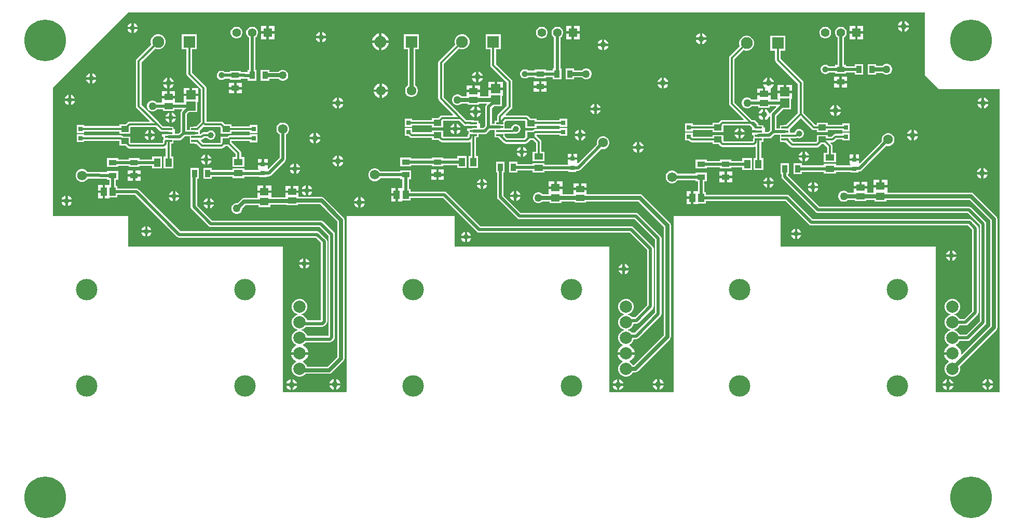
<source format=gtl>
G04*
G04 #@! TF.GenerationSoftware,Altium Limited,Altium Designer,22.5.1 (42)*
G04*
G04 Layer_Physical_Order=1*
G04 Layer_Color=255*
%FSLAX43Y43*%
%MOMM*%
G71*
G04*
G04 #@! TF.SameCoordinates,2A2A3854-17DD-444F-B545-0734B4948F52*
G04*
G04*
G04 #@! TF.FilePolarity,Positive*
G04*
G01*
G75*
%ADD16R,1.450X1.050*%
%ADD17R,1.300X0.900*%
%ADD18R,0.900X1.200*%
%ADD19R,0.900X1.300*%
%ADD20R,0.750X0.800*%
%ADD21R,1.356X1.055*%
%ADD22R,1.300X1.000*%
%ADD23R,1.556X1.505*%
%ADD24R,1.456X1.255*%
%ADD25R,1.303X0.456*%
%ADD26R,1.050X1.450*%
%ADD27R,1.055X1.356*%
%ADD37C,1.570*%
%ADD41C,0.640*%
%ADD42C,0.510*%
%ADD43C,0.380*%
%ADD44C,2.000*%
%ADD45C,3.500*%
%ADD46C,6.800*%
%ADD47C,1.400*%
%ADD48R,1.400X1.400*%
%ADD49C,1.950*%
%ADD50R,1.950X1.950*%
%ADD51C,1.000*%
%ADD52C,0.900*%
%ADD53C,1.270*%
G36*
X148500Y74250D02*
X150750Y72000D01*
X160690D01*
Y22500D01*
X150250D01*
Y46250D01*
X125000D01*
Y51250D01*
X107500D01*
Y22500D01*
X97000D01*
Y46250D01*
X71750D01*
Y51250D01*
X71747Y51253D01*
X54186D01*
Y22612D01*
X54071Y22497D01*
X54069Y22500D01*
X43750D01*
Y46250D01*
X18500D01*
Y50750D01*
Y51250D01*
X6250D01*
Y72250D01*
X18500Y84500D01*
X148500D01*
X148500Y74250D01*
D02*
G37*
%LPC*%
G36*
X145200Y83128D02*
Y82450D01*
X145878D01*
X145839Y82597D01*
X145720Y82803D01*
X145553Y82970D01*
X145347Y83089D01*
X145200Y83128D01*
D02*
G37*
G36*
X144800D02*
X144653Y83089D01*
X144447Y82970D01*
X144280Y82803D01*
X144161Y82597D01*
X144122Y82450D01*
X144800D01*
Y83128D01*
D02*
G37*
G36*
X19450Y82826D02*
Y82200D01*
X20076D01*
X20042Y82328D01*
X19930Y82522D01*
X19772Y82680D01*
X19578Y82792D01*
X19450Y82826D01*
D02*
G37*
G36*
X19050D02*
X18922Y82792D01*
X18728Y82680D01*
X18570Y82522D01*
X18458Y82328D01*
X18424Y82200D01*
X19050D01*
Y82826D01*
D02*
G37*
G36*
X92180Y82350D02*
X91280D01*
Y81450D01*
X92180D01*
Y82350D01*
D02*
G37*
G36*
X138430D02*
X137530D01*
Y81450D01*
X138430D01*
Y82350D01*
D02*
G37*
G36*
X137130D02*
X136230D01*
Y81450D01*
X137130D01*
Y82350D01*
D02*
G37*
G36*
X90880D02*
X89980D01*
Y81450D01*
X90880D01*
Y82350D01*
D02*
G37*
G36*
X42390Y82350D02*
X41490D01*
Y81450D01*
X42390D01*
Y82350D01*
D02*
G37*
G36*
X41090D02*
X40190D01*
Y81450D01*
X41090D01*
Y82350D01*
D02*
G37*
G36*
X144800Y82050D02*
X144122D01*
X144161Y81903D01*
X144280Y81697D01*
X144447Y81530D01*
X144653Y81411D01*
X144800Y81372D01*
Y82050D01*
D02*
G37*
G36*
X145878D02*
X145200D01*
Y81372D01*
X145347Y81411D01*
X145553Y81530D01*
X145720Y81697D01*
X145839Y81903D01*
X145878Y82050D01*
D02*
G37*
G36*
X20076Y81800D02*
X19450D01*
Y81174D01*
X19578Y81208D01*
X19772Y81320D01*
X19930Y81478D01*
X20042Y81672D01*
X20076Y81800D01*
D02*
G37*
G36*
X19050D02*
X18424D01*
X18458Y81672D01*
X18570Y81478D01*
X18728Y81320D01*
X18922Y81208D01*
X19050Y81174D01*
Y81800D01*
D02*
G37*
G36*
X50200Y81326D02*
Y80700D01*
X50826D01*
X50792Y80828D01*
X50680Y81022D01*
X50522Y81180D01*
X50328Y81292D01*
X50200Y81326D01*
D02*
G37*
G36*
X49800D02*
X49672Y81292D01*
X49478Y81180D01*
X49320Y81022D01*
X49208Y80828D01*
X49174Y80700D01*
X49800D01*
Y81326D01*
D02*
G37*
G36*
X112200Y81128D02*
Y80450D01*
X112878D01*
X112839Y80597D01*
X112720Y80803D01*
X112553Y80970D01*
X112347Y81089D01*
X112200Y81128D01*
D02*
G37*
G36*
X111800D02*
X111653Y81089D01*
X111447Y80970D01*
X111280Y80803D01*
X111161Y80597D01*
X111122Y80450D01*
X111800D01*
Y81128D01*
D02*
G37*
G36*
X132376Y82204D02*
X132124D01*
X131882Y82139D01*
X131664Y82013D01*
X131487Y81836D01*
X131361Y81618D01*
X131296Y81376D01*
Y81124D01*
X131361Y80882D01*
X131487Y80664D01*
X131664Y80487D01*
X131882Y80361D01*
X132124Y80296D01*
X132376D01*
X132618Y80361D01*
X132836Y80487D01*
X133013Y80664D01*
X133139Y80882D01*
X133204Y81124D01*
Y81376D01*
X133139Y81618D01*
X133013Y81836D01*
X132836Y82013D01*
X132618Y82139D01*
X132376Y82204D01*
D02*
G37*
G36*
X86126D02*
X85874D01*
X85632Y82139D01*
X85414Y82013D01*
X85237Y81836D01*
X85111Y81618D01*
X85046Y81376D01*
Y81124D01*
X85111Y80882D01*
X85237Y80664D01*
X85414Y80487D01*
X85632Y80361D01*
X85874Y80296D01*
X86126D01*
X86368Y80361D01*
X86586Y80487D01*
X86763Y80664D01*
X86889Y80882D01*
X86954Y81124D01*
Y81376D01*
X86889Y81618D01*
X86763Y81836D01*
X86586Y82013D01*
X86368Y82139D01*
X86126Y82204D01*
D02*
G37*
G36*
X36336Y82204D02*
X36084D01*
X35842Y82139D01*
X35624Y82013D01*
X35447Y81836D01*
X35321Y81618D01*
X35256Y81376D01*
Y81124D01*
X35321Y80882D01*
X35447Y80664D01*
X35624Y80487D01*
X35842Y80361D01*
X36084Y80296D01*
X36336D01*
X36578Y80361D01*
X36796Y80487D01*
X36973Y80664D01*
X37099Y80882D01*
X37164Y81124D01*
Y81376D01*
X37099Y81618D01*
X36973Y81836D01*
X36796Y82013D01*
X36578Y82139D01*
X36336Y82204D01*
D02*
G37*
G36*
X138430Y81050D02*
X137530D01*
Y80150D01*
X138430D01*
Y81050D01*
D02*
G37*
G36*
X137130D02*
X136230D01*
Y80150D01*
X137130D01*
Y81050D01*
D02*
G37*
G36*
X92180D02*
X91280D01*
Y80150D01*
X92180D01*
Y81050D01*
D02*
G37*
G36*
X90880D02*
X89980D01*
Y80150D01*
X90880D01*
Y81050D01*
D02*
G37*
G36*
X42390Y81050D02*
X41490D01*
Y80150D01*
X42390D01*
Y81050D01*
D02*
G37*
G36*
X41090D02*
X40190D01*
Y80150D01*
X41090D01*
Y81050D01*
D02*
G37*
G36*
X59870Y81120D02*
Y79950D01*
X61040D01*
X60951Y80281D01*
X60770Y80594D01*
X60514Y80850D01*
X60201Y81031D01*
X59870Y81120D01*
D02*
G37*
G36*
X59470D02*
X59139Y81031D01*
X58826Y80850D01*
X58570Y80594D01*
X58389Y80281D01*
X58300Y79950D01*
X59470D01*
Y81120D01*
D02*
G37*
G36*
X50826Y80300D02*
X50200D01*
Y79674D01*
X50328Y79708D01*
X50522Y79820D01*
X50680Y79978D01*
X50792Y80172D01*
X50826Y80300D01*
D02*
G37*
G36*
X49800D02*
X49174D01*
X49208Y80172D01*
X49320Y79978D01*
X49478Y79820D01*
X49672Y79708D01*
X49800Y79674D01*
Y80300D01*
D02*
G37*
G36*
X96200Y80128D02*
Y79450D01*
X96878D01*
X96839Y79597D01*
X96720Y79803D01*
X96553Y79970D01*
X96347Y80089D01*
X96200Y80128D01*
D02*
G37*
G36*
X95800D02*
X95653Y80089D01*
X95447Y79970D01*
X95280Y79803D01*
X95161Y79597D01*
X95122Y79450D01*
X95800D01*
Y80128D01*
D02*
G37*
G36*
X112878Y80050D02*
X112200D01*
Y79372D01*
X112347Y79411D01*
X112553Y79530D01*
X112720Y79697D01*
X112839Y79903D01*
X112878Y80050D01*
D02*
G37*
G36*
X111800D02*
X111122D01*
X111161Y79903D01*
X111280Y79697D01*
X111447Y79530D01*
X111653Y79411D01*
X111800Y79372D01*
Y80050D01*
D02*
G37*
G36*
X29729Y80979D02*
X27271D01*
Y78521D01*
X28047D01*
Y74500D01*
X28082Y74327D01*
X28180Y74180D01*
X30372Y71987D01*
Y66665D01*
X29635Y65928D01*
X29400D01*
X29227Y65893D01*
X29167Y65853D01*
X28599D01*
Y65344D01*
X28102D01*
Y67868D01*
X28478Y68244D01*
X29782D01*
Y69909D01*
X29928D01*
Y70862D01*
X28750D01*
X27572D01*
Y69909D01*
X27718D01*
Y69769D01*
X26303D01*
X26178Y69774D01*
Y70502D01*
X25100D01*
X24022D01*
Y69774D01*
X23897Y69769D01*
X23227D01*
X23211Y69796D01*
X23046Y69961D01*
X22843Y70078D01*
X22617Y70139D01*
X22383D01*
X22157Y70078D01*
X21954Y69961D01*
X21789Y69796D01*
X21672Y69593D01*
X21611Y69367D01*
Y69133D01*
X21672Y68907D01*
X21789Y68704D01*
X21954Y68539D01*
X22157Y68422D01*
X22383Y68361D01*
X22617D01*
X22843Y68422D01*
X23046Y68539D01*
X23211Y68704D01*
X23227Y68731D01*
X24168D01*
Y68469D01*
X26032D01*
Y68731D01*
X27331D01*
X27380Y68614D01*
X27216Y68450D01*
X27104Y68282D01*
X27064Y68083D01*
Y65040D01*
X26718Y64694D01*
X26151D01*
Y65453D01*
X25901D01*
Y65853D01*
X25333D01*
X25273Y65893D01*
X25100Y65928D01*
X24213D01*
X23570Y66570D01*
X20703Y69438D01*
Y76392D01*
X22926Y78616D01*
X22946Y78605D01*
X23258Y78521D01*
X23582D01*
X23894Y78605D01*
X24175Y78767D01*
X24403Y78995D01*
X24565Y79276D01*
X24649Y79588D01*
Y79912D01*
X24565Y80224D01*
X24403Y80505D01*
X24175Y80733D01*
X23894Y80895D01*
X23582Y80979D01*
X23258D01*
X22946Y80895D01*
X22665Y80733D01*
X22437Y80505D01*
X22275Y80224D01*
X22191Y79912D01*
Y79588D01*
X22275Y79276D01*
X22286Y79256D01*
X19930Y76900D01*
X19832Y76753D01*
X19797Y76580D01*
Y69250D01*
X19832Y69077D01*
X19930Y68930D01*
X22040Y66820D01*
X21991Y66703D01*
X18750D01*
X18577Y66668D01*
X18430Y66570D01*
X18140Y66280D01*
X18122Y66254D01*
X17096D01*
Y65953D01*
X11379D01*
Y66154D01*
X10121D01*
Y64846D01*
X11379D01*
Y65047D01*
X17096D01*
Y64746D01*
X18904D01*
Y65764D01*
X18938Y65797D01*
X23062D01*
X23705Y65155D01*
X23852Y65057D01*
X24025Y65022D01*
X24049D01*
Y65022D01*
X25100D01*
Y64694D01*
X24902Y64654D01*
X24857Y64625D01*
X24049D01*
Y64197D01*
X24299D01*
Y63777D01*
X24221Y63660D01*
X24186Y63487D01*
Y63251D01*
X24138Y63203D01*
X18938D01*
X18904Y63236D01*
Y64254D01*
X17736D01*
X17670Y64320D01*
X17523Y64418D01*
X17350Y64453D01*
X11379D01*
Y64654D01*
X10121D01*
Y63346D01*
X11379D01*
Y63547D01*
X17096D01*
Y62746D01*
X18122D01*
X18140Y62720D01*
X18430Y62430D01*
X18577Y62332D01*
X18750Y62297D01*
X24325D01*
X24498Y62332D01*
X24520Y62347D01*
X24647Y62279D01*
Y60979D01*
X24321D01*
Y59021D01*
X25879D01*
Y60979D01*
X25553D01*
Y63147D01*
X25901D01*
Y63656D01*
X26933D01*
X27132Y63696D01*
X27300Y63808D01*
X27798Y64306D01*
X28599D01*
Y63147D01*
X29154D01*
X29252Y63082D01*
X29425Y63047D01*
X29550Y63072D01*
X29635D01*
X30278Y62430D01*
X30425Y62332D01*
X30598Y62297D01*
X33775D01*
X33948Y62332D01*
X34095Y62430D01*
X34360Y62695D01*
X34378Y62721D01*
X34764D01*
X36047Y61438D01*
Y60879D01*
X35521D01*
Y59321D01*
X37479D01*
Y60879D01*
X36953D01*
Y61625D01*
X36918Y61798D01*
X36820Y61945D01*
X35404Y63361D01*
Y63522D01*
X38371D01*
Y63321D01*
X39629D01*
Y64629D01*
X38371D01*
Y64428D01*
X35150D01*
X34977Y64393D01*
X34830Y64295D01*
X34764Y64229D01*
X33596D01*
Y63211D01*
X33587Y63203D01*
X30785D01*
X30383Y63605D01*
X30432Y63722D01*
X30500D01*
X30673Y63757D01*
X30820Y63855D01*
X31013Y64047D01*
X31391D01*
X31397Y64037D01*
X31537Y63897D01*
X31709Y63797D01*
X31901Y63746D01*
X32099D01*
X32291Y63797D01*
X32463Y63897D01*
X32603Y64037D01*
X32703Y64209D01*
X32754Y64401D01*
Y64599D01*
X32703Y64791D01*
X32603Y64963D01*
X32463Y65103D01*
X32291Y65203D01*
X32099Y65254D01*
X31901D01*
X31709Y65203D01*
X31537Y65103D01*
X31397Y64963D01*
X31391Y64953D01*
X30825D01*
X30652Y64918D01*
X30505Y64820D01*
X30328Y64643D01*
X30201Y64665D01*
Y65213D01*
X30844Y65855D01*
X30879Y65832D01*
X31052Y65797D01*
X33537D01*
X33596Y65739D01*
Y64721D01*
X35404D01*
Y65022D01*
X38371D01*
Y64821D01*
X39629D01*
Y66129D01*
X38371D01*
Y65928D01*
X35404D01*
Y66229D01*
X34378D01*
X34360Y66255D01*
X34045Y66570D01*
X33898Y66668D01*
X33725Y66703D01*
X31278D01*
Y72175D01*
X31243Y72348D01*
X31145Y72495D01*
X28953Y74688D01*
Y78521D01*
X29729D01*
Y80979D01*
D02*
G37*
G36*
X79309Y80979D02*
X76851D01*
Y78521D01*
X77627D01*
Y75920D01*
X77662Y75747D01*
X77760Y75600D01*
X80297Y73062D01*
Y69271D01*
X78830Y67803D01*
X78732Y67657D01*
X78697Y67483D01*
Y66828D01*
X78349D01*
Y66319D01*
X77852D01*
Y68868D01*
X78228Y69244D01*
X79532D01*
Y70909D01*
X79678D01*
Y71862D01*
X78500D01*
X77322D01*
Y70909D01*
X77226Y70835D01*
X75928D01*
Y71502D01*
X74850D01*
X73772D01*
Y70835D01*
X72922D01*
X72796Y70961D01*
X72593Y71078D01*
X72367Y71139D01*
X72133D01*
X71907Y71078D01*
X71704Y70961D01*
X71539Y70796D01*
X71422Y70593D01*
X71361Y70367D01*
Y70133D01*
X71422Y69907D01*
X71539Y69704D01*
X71704Y69539D01*
X71907Y69422D01*
X72133Y69361D01*
X72367D01*
X72593Y69422D01*
X72796Y69539D01*
X72922Y69665D01*
X73918D01*
Y69469D01*
X75782D01*
Y69665D01*
X77015D01*
X77063Y69547D01*
X76966Y69450D01*
X76854Y69282D01*
X76814Y69083D01*
Y66015D01*
X76468Y65669D01*
X75901D01*
Y66428D01*
X75651D01*
Y66828D01*
X75083D01*
X75023Y66868D01*
X74850Y66903D01*
X74528D01*
X74402Y66928D01*
X73713D01*
X73070Y67570D01*
X70007Y70633D01*
Y76117D01*
X72506Y78616D01*
X72526Y78605D01*
X72838Y78521D01*
X73162D01*
X73474Y78605D01*
X73755Y78767D01*
X73983Y78995D01*
X74145Y79276D01*
X74229Y79588D01*
Y79912D01*
X74145Y80224D01*
X73983Y80505D01*
X73755Y80733D01*
X73474Y80895D01*
X73162Y80979D01*
X72838D01*
X72526Y80895D01*
X72245Y80733D01*
X72017Y80505D01*
X71855Y80224D01*
X71771Y79912D01*
Y79588D01*
X71855Y79276D01*
X71866Y79256D01*
X69234Y76625D01*
X69136Y76478D01*
X69102Y76305D01*
Y70445D01*
X69136Y70272D01*
X69234Y70125D01*
X71540Y67820D01*
X71491Y67703D01*
X69750D01*
X69577Y67668D01*
X69430Y67570D01*
X69140Y67280D01*
X69122Y67254D01*
X68096D01*
Y66953D01*
X64879D01*
Y67154D01*
X63621D01*
Y65846D01*
X64879D01*
Y66047D01*
X68096D01*
Y65746D01*
X69904D01*
Y66764D01*
X69938Y66797D01*
X72562D01*
X73230Y66130D01*
X73377Y66032D01*
X73550Y65997D01*
X73676Y66022D01*
X73799D01*
Y66000D01*
X74388D01*
X74402Y65997D01*
X74850D01*
Y65669D01*
X74652Y65630D01*
X74607Y65600D01*
X73799D01*
Y65172D01*
X74049D01*
Y64752D01*
X73971Y64635D01*
X73936Y64462D01*
Y64226D01*
X73913Y64203D01*
X69938D01*
X69904Y64236D01*
Y65254D01*
X68096D01*
Y64953D01*
X64913D01*
X64879Y64986D01*
Y65654D01*
X63621D01*
Y64346D01*
X64239D01*
X64405Y64180D01*
X64552Y64082D01*
X64725Y64047D01*
X68096D01*
Y63746D01*
X69122D01*
X69140Y63720D01*
X69430Y63430D01*
X69577Y63332D01*
X69750Y63297D01*
X74100D01*
X74270Y63331D01*
X74293Y63335D01*
X74397Y63263D01*
Y61079D01*
X74071D01*
Y59121D01*
X75629D01*
Y61079D01*
X75303D01*
Y64122D01*
X75651D01*
Y64631D01*
X76683D01*
X76882Y64671D01*
X77050Y64783D01*
X77548Y65281D01*
X78349D01*
Y64122D01*
X78888D01*
X79830Y63180D01*
X79977Y63082D01*
X80150Y63047D01*
X83300D01*
X83473Y63082D01*
X83620Y63180D01*
X84110Y63670D01*
X84128Y63696D01*
X84514D01*
X85047Y63162D01*
Y61779D01*
X84521D01*
Y60221D01*
X86479D01*
Y61779D01*
X85953D01*
Y63350D01*
X85918Y63523D01*
X85820Y63670D01*
X85154Y64336D01*
Y64547D01*
X88871D01*
Y64346D01*
X90129D01*
Y65654D01*
X88871D01*
Y65453D01*
X84950D01*
X84777Y65418D01*
X84630Y65320D01*
X84514Y65204D01*
X83346D01*
Y64186D01*
X83112Y63953D01*
X80337D01*
X79951Y64339D01*
Y64697D01*
X81232D01*
X81405Y64732D01*
X81491Y64789D01*
X81651Y64746D01*
X81849D01*
X82041Y64797D01*
X82213Y64897D01*
X82353Y65037D01*
X82453Y65209D01*
X82504Y65401D01*
Y65599D01*
X82453Y65791D01*
X82353Y65963D01*
X82213Y66103D01*
X82041Y66203D01*
X81849Y66254D01*
X81651D01*
X81459Y66203D01*
X81287Y66103D01*
X81147Y65963D01*
X81047Y65791D01*
X80997Y65603D01*
X79951D01*
Y66611D01*
X80137Y66797D01*
X83262D01*
X83346Y66714D01*
Y65696D01*
X85154D01*
Y66022D01*
X88871D01*
Y65846D01*
X90129D01*
Y67154D01*
X88871D01*
Y66928D01*
X85154D01*
Y67204D01*
X84128D01*
X84110Y67230D01*
X83770Y67570D01*
X83623Y67668D01*
X83450Y67703D01*
X80175D01*
X80127Y67820D01*
X81070Y68763D01*
X81168Y68910D01*
X81203Y69083D01*
Y73250D01*
X81168Y73423D01*
X81070Y73570D01*
X78533Y76108D01*
Y78521D01*
X79309D01*
Y80979D01*
D02*
G37*
G36*
X61040Y79550D02*
X59870D01*
Y78380D01*
X60201Y78469D01*
X60514Y78650D01*
X60770Y78906D01*
X60951Y79219D01*
X61040Y79550D01*
D02*
G37*
G36*
X59470D02*
X58300D01*
X58389Y79219D01*
X58570Y78906D01*
X58826Y78650D01*
X59139Y78469D01*
X59470Y78380D01*
Y79550D01*
D02*
G37*
G36*
X96878Y79050D02*
X96200D01*
Y78372D01*
X96347Y78411D01*
X96553Y78530D01*
X96720Y78697D01*
X96839Y78903D01*
X96878Y79050D01*
D02*
G37*
G36*
X95800D02*
X95122D01*
X95161Y78903D01*
X95280Y78697D01*
X95447Y78530D01*
X95653Y78411D01*
X95800Y78372D01*
Y79050D01*
D02*
G37*
G36*
X125729Y80729D02*
X123271D01*
Y78271D01*
X124047D01*
Y76750D01*
X124082Y76577D01*
X124180Y76430D01*
X127797Y72812D01*
Y70343D01*
X127796Y70338D01*
Y68089D01*
X125885Y66178D01*
X125650D01*
X125477Y66143D01*
X125417Y66103D01*
X124849D01*
Y65594D01*
X124269D01*
Y67635D01*
X125377Y68744D01*
X126682D01*
Y70409D01*
X126828D01*
Y71362D01*
X125650D01*
X124472D01*
Y70409D01*
X124618D01*
Y70269D01*
X123453D01*
X123328Y70274D01*
Y71002D01*
X122250D01*
X121172D01*
Y70274D01*
X121047Y70269D01*
X120227D01*
X120211Y70296D01*
X120046Y70461D01*
X119843Y70578D01*
X119617Y70639D01*
X119383D01*
X119157Y70578D01*
X118954Y70461D01*
X118789Y70296D01*
X118672Y70093D01*
X118611Y69867D01*
Y69633D01*
X118672Y69407D01*
X118789Y69204D01*
X118954Y69039D01*
X119157Y68922D01*
X119383Y68861D01*
X119617D01*
X119843Y68922D01*
X120046Y69039D01*
X120211Y69204D01*
X120227Y69231D01*
X121318D01*
Y68969D01*
X123182D01*
Y69231D01*
X124231D01*
X124280Y69114D01*
X123383Y68217D01*
X123271Y68049D01*
X123266Y68026D01*
X123136Y68022D01*
X123089Y68198D01*
X122970Y68403D01*
X122803Y68570D01*
X122597Y68689D01*
X122450Y68728D01*
Y67850D01*
Y66972D01*
X122597Y67011D01*
X122803Y67130D01*
X122970Y67298D01*
X123089Y67503D01*
X123104Y67560D01*
X123231Y67543D01*
Y65290D01*
X122902Y64961D01*
X122401D01*
Y65703D01*
X122151D01*
Y66103D01*
X121583D01*
X121523Y66143D01*
X121350Y66178D01*
X121342D01*
Y66186D01*
X121307Y66359D01*
X121209Y66506D01*
X120895Y66820D01*
X120748Y66918D01*
X120575Y66953D01*
X120340D01*
X117453Y69840D01*
Y76892D01*
X118926Y78366D01*
X118946Y78355D01*
X119258Y78271D01*
X119582D01*
X119894Y78355D01*
X120175Y78517D01*
X120403Y78745D01*
X120565Y79026D01*
X120649Y79338D01*
Y79662D01*
X120565Y79974D01*
X120403Y80255D01*
X120175Y80483D01*
X119894Y80645D01*
X119582Y80729D01*
X119258D01*
X118946Y80645D01*
X118665Y80483D01*
X118437Y80255D01*
X118275Y79974D01*
X118191Y79662D01*
Y79338D01*
X118275Y79026D01*
X118286Y79006D01*
X116680Y77400D01*
X116582Y77253D01*
X116547Y77080D01*
Y69652D01*
X116582Y69479D01*
X116680Y69332D01*
X118942Y67070D01*
X118893Y66953D01*
X115500D01*
X115327Y66918D01*
X115180Y66820D01*
X114890Y66530D01*
X114872Y66504D01*
X113846D01*
Y66203D01*
X110629D01*
Y66404D01*
X109371D01*
Y65096D01*
X110629D01*
Y65297D01*
X113846D01*
Y64996D01*
X115654D01*
Y66014D01*
X115688Y66047D01*
X119965D01*
X120220Y65792D01*
X120299Y65703D01*
X120299D01*
X120299Y65703D01*
Y65275D01*
X120913D01*
X120927Y65272D01*
X121350D01*
Y64957D01*
X121201Y64928D01*
X121168Y64921D01*
X121099Y64875D01*
X120299D01*
Y64447D01*
X120549D01*
Y64027D01*
X120471Y63910D01*
X120436Y63737D01*
Y63501D01*
X120388Y63453D01*
X115687D01*
X115654Y63486D01*
Y64504D01*
X113846D01*
Y64203D01*
X110663D01*
X110629Y64236D01*
Y64904D01*
X109371D01*
Y63596D01*
X109989D01*
X110155Y63430D01*
X110302Y63332D01*
X110475Y63297D01*
X113846D01*
Y62996D01*
X114872D01*
X114890Y62970D01*
X115180Y62680D01*
X115327Y62582D01*
X115500Y62547D01*
X120575D01*
X120748Y62582D01*
X120770Y62596D01*
X120897Y62528D01*
Y60729D01*
X120571D01*
Y58771D01*
X122129D01*
Y60729D01*
X121803D01*
Y63397D01*
X122151D01*
Y63923D01*
X123117D01*
X123315Y63962D01*
X123484Y64075D01*
X123965Y64556D01*
X124849D01*
Y63397D01*
X125417D01*
X125477Y63357D01*
X125650Y63322D01*
X125811D01*
X126524Y62609D01*
X126671Y62511D01*
X126844Y62477D01*
X130929D01*
X131103Y62511D01*
X131250Y62609D01*
X131610Y62970D01*
X131628Y62996D01*
X132014D01*
X132547Y62462D01*
Y61629D01*
X132021D01*
Y60071D01*
X133979D01*
Y61629D01*
X133453D01*
Y62650D01*
X133418Y62823D01*
X133320Y62970D01*
X133110Y63180D01*
X133159Y63297D01*
X133420D01*
X133593Y63332D01*
X133740Y63430D01*
X134107Y63797D01*
X134996D01*
Y63596D01*
X136254D01*
Y64904D01*
X134996D01*
Y64703D01*
X133920D01*
X133747Y64668D01*
X133600Y64570D01*
X133232Y64203D01*
X132654D01*
Y64504D01*
X130846D01*
Y63486D01*
X130742Y63382D01*
X127032D01*
X126569Y63845D01*
X126607Y63950D01*
X126629Y63972D01*
X127507D01*
X127680Y64007D01*
X127732Y64041D01*
X127901Y63996D01*
X128099D01*
X128291Y64047D01*
X128463Y64147D01*
X128603Y64287D01*
X128703Y64459D01*
X128754Y64651D01*
Y64849D01*
X128703Y65041D01*
X128603Y65213D01*
X128463Y65353D01*
X128291Y65453D01*
X128099Y65504D01*
X127901D01*
X127709Y65453D01*
X127537Y65353D01*
X127397Y65213D01*
X127297Y65041D01*
X127254Y64878D01*
X126451D01*
Y65463D01*
X128249Y67261D01*
X130080Y65430D01*
X130227Y65332D01*
X130400Y65297D01*
X130846D01*
Y64996D01*
X132654D01*
Y65297D01*
X134996D01*
Y65096D01*
X136254D01*
Y66404D01*
X134996D01*
Y66203D01*
X132654D01*
Y66504D01*
X130846D01*
Y66203D01*
X130588D01*
X128702Y68089D01*
Y70334D01*
X128703Y70339D01*
Y73000D01*
X128668Y73173D01*
X128570Y73320D01*
X124953Y76938D01*
Y78271D01*
X125729D01*
Y80729D01*
D02*
G37*
G36*
X142367Y76139D02*
X142133D01*
X141907Y76078D01*
X141704Y75961D01*
X141578Y75835D01*
X140554D01*
Y76104D01*
X139146D01*
Y74396D01*
X140554D01*
Y74665D01*
X141578D01*
X141704Y74539D01*
X141907Y74422D01*
X142133Y74361D01*
X142367D01*
X142593Y74422D01*
X142796Y74539D01*
X142961Y74704D01*
X143078Y74907D01*
X143139Y75133D01*
Y75367D01*
X143078Y75593D01*
X142961Y75796D01*
X142796Y75961D01*
X142593Y76078D01*
X142367Y76139D01*
D02*
G37*
G36*
X134916Y82204D02*
X134664D01*
X134422Y82139D01*
X134204Y82013D01*
X134027Y81836D01*
X133901Y81618D01*
X133836Y81376D01*
Y81124D01*
X133901Y80882D01*
X134027Y80664D01*
X134204Y80487D01*
X134251Y80460D01*
Y75954D01*
X133846D01*
Y75769D01*
X132797D01*
X132713Y75853D01*
X132541Y75953D01*
X132349Y76004D01*
X132151D01*
X131959Y75953D01*
X131787Y75853D01*
X131647Y75713D01*
X131547Y75541D01*
X131496Y75349D01*
Y75151D01*
X131547Y74959D01*
X131647Y74787D01*
X131787Y74647D01*
X131959Y74547D01*
X132151Y74496D01*
X132349D01*
X132541Y74547D01*
X132713Y74647D01*
X132797Y74731D01*
X133846D01*
Y74546D01*
X135654D01*
Y74731D01*
X137046D01*
Y74396D01*
X138454D01*
Y76104D01*
X137046D01*
Y75769D01*
X135654D01*
Y75954D01*
X135289D01*
Y80437D01*
X135376Y80487D01*
X135553Y80664D01*
X135679Y80882D01*
X135744Y81124D01*
Y81376D01*
X135679Y81618D01*
X135553Y81836D01*
X135376Y82013D01*
X135158Y82139D01*
X134916Y82204D01*
D02*
G37*
G36*
X93367Y75389D02*
X93133D01*
X92907Y75328D01*
X92704Y75211D01*
X92578Y75085D01*
X91304D01*
Y75354D01*
X89896D01*
Y73646D01*
X91304D01*
Y73915D01*
X92578D01*
X92704Y73789D01*
X92907Y73672D01*
X93133Y73611D01*
X93367D01*
X93593Y73672D01*
X93796Y73789D01*
X93961Y73954D01*
X94078Y74157D01*
X94139Y74383D01*
Y74617D01*
X94078Y74843D01*
X93961Y75046D01*
X93796Y75211D01*
X93593Y75328D01*
X93367Y75389D01*
D02*
G37*
G36*
X88666Y82204D02*
X88414D01*
X88172Y82139D01*
X87954Y82013D01*
X87777Y81836D01*
X87651Y81618D01*
X87586Y81376D01*
Y81124D01*
X87651Y80882D01*
X87777Y80664D01*
X87954Y80487D01*
X88001Y80460D01*
Y75354D01*
X87796D01*
Y75019D01*
X86654D01*
Y75204D01*
X84846D01*
Y75019D01*
X83797D01*
X83713Y75103D01*
X83541Y75203D01*
X83349Y75254D01*
X83151D01*
X82959Y75203D01*
X82787Y75103D01*
X82647Y74963D01*
X82547Y74791D01*
X82496Y74599D01*
Y74401D01*
X82547Y74209D01*
X82647Y74037D01*
X82787Y73897D01*
X82959Y73797D01*
X83151Y73746D01*
X83349D01*
X83541Y73797D01*
X83713Y73897D01*
X83797Y73981D01*
X84846D01*
Y73796D01*
X86654D01*
Y73981D01*
X87796D01*
Y73646D01*
X89204D01*
Y75354D01*
X89039D01*
Y80437D01*
X89126Y80487D01*
X89303Y80664D01*
X89429Y80882D01*
X89494Y81124D01*
Y81376D01*
X89429Y81618D01*
X89303Y81836D01*
X89126Y82013D01*
X88908Y82139D01*
X88666Y82204D01*
D02*
G37*
G36*
X43867Y75139D02*
X43633D01*
X43407Y75078D01*
X43204Y74961D01*
X43078Y74835D01*
X41554D01*
Y75104D01*
X40146D01*
Y73396D01*
X41554D01*
Y73665D01*
X43078D01*
X43204Y73539D01*
X43407Y73422D01*
X43633Y73361D01*
X43867D01*
X44093Y73422D01*
X44296Y73539D01*
X44461Y73704D01*
X44578Y73907D01*
X44639Y74133D01*
Y74367D01*
X44578Y74593D01*
X44461Y74796D01*
X44296Y74961D01*
X44093Y75078D01*
X43867Y75139D01*
D02*
G37*
G36*
X38876Y82204D02*
X38624D01*
X38382Y82139D01*
X38164Y82013D01*
X37987Y81836D01*
X37861Y81618D01*
X37796Y81376D01*
Y81124D01*
X37861Y80882D01*
X37987Y80664D01*
X38164Y80487D01*
X38231Y80448D01*
Y75104D01*
X38046D01*
Y74763D01*
X37488D01*
X37459Y74769D01*
X36904D01*
Y74954D01*
X35096D01*
Y74769D01*
X34297D01*
X34213Y74853D01*
X34041Y74953D01*
X33849Y75004D01*
X33651D01*
X33459Y74953D01*
X33287Y74853D01*
X33147Y74713D01*
X33047Y74541D01*
X32996Y74349D01*
Y74151D01*
X33047Y73959D01*
X33147Y73787D01*
X33287Y73647D01*
X33459Y73547D01*
X33651Y73496D01*
X33849D01*
X34041Y73547D01*
X34213Y73647D01*
X34297Y73731D01*
X35096D01*
Y73546D01*
X36904D01*
Y73731D01*
X37436D01*
X37465Y73725D01*
X38046D01*
Y73396D01*
X39454D01*
Y75104D01*
X39269D01*
Y80448D01*
X39336Y80487D01*
X39513Y80664D01*
X39639Y80882D01*
X39704Y81124D01*
Y81376D01*
X39639Y81618D01*
X39513Y81836D01*
X39336Y82013D01*
X39118Y82139D01*
X38876Y82204D01*
D02*
G37*
G36*
X75700Y74878D02*
Y74200D01*
X76378D01*
X76339Y74347D01*
X76220Y74553D01*
X76053Y74720D01*
X75847Y74839D01*
X75700Y74878D01*
D02*
G37*
G36*
X75300D02*
X75153Y74839D01*
X74947Y74720D01*
X74780Y74553D01*
X74661Y74347D01*
X74622Y74200D01*
X75300D01*
Y74878D01*
D02*
G37*
G36*
X12700Y74576D02*
Y73950D01*
X13326D01*
X13292Y74078D01*
X13180Y74272D01*
X13022Y74430D01*
X12828Y74542D01*
X12700Y74576D01*
D02*
G37*
G36*
X12300D02*
X12172Y74542D01*
X11978Y74430D01*
X11820Y74272D01*
X11708Y74078D01*
X11674Y73950D01*
X12300D01*
Y74576D01*
D02*
G37*
G36*
X135800Y74000D02*
X134950D01*
Y73350D01*
X135800D01*
Y74000D01*
D02*
G37*
G36*
X134550D02*
X133700D01*
Y73350D01*
X134550D01*
Y74000D01*
D02*
G37*
G36*
X123200Y73878D02*
Y73200D01*
X123878D01*
X123839Y73347D01*
X123720Y73553D01*
X123553Y73720D01*
X123347Y73839D01*
X123200Y73878D01*
D02*
G37*
G36*
X122800D02*
X122653Y73839D01*
X122447Y73720D01*
X122280Y73553D01*
X122161Y73347D01*
X122122Y73200D01*
X122800D01*
Y73878D01*
D02*
G37*
G36*
X105950D02*
Y73200D01*
X106628D01*
X106589Y73347D01*
X106470Y73553D01*
X106303Y73720D01*
X106097Y73839D01*
X105950Y73878D01*
D02*
G37*
G36*
X105550D02*
X105403Y73839D01*
X105197Y73720D01*
X105030Y73553D01*
X104911Y73347D01*
X104872Y73200D01*
X105550D01*
Y73878D01*
D02*
G37*
G36*
X25300D02*
Y73200D01*
X25978D01*
X25939Y73347D01*
X25820Y73553D01*
X25653Y73720D01*
X25448Y73839D01*
X25300Y73878D01*
D02*
G37*
G36*
X24900D02*
X24753Y73839D01*
X24548Y73720D01*
X24380Y73553D01*
X24261Y73347D01*
X24222Y73200D01*
X24900D01*
Y73878D01*
D02*
G37*
G36*
X76378Y73800D02*
X75700D01*
Y73122D01*
X75847Y73161D01*
X76053Y73280D01*
X76220Y73447D01*
X76339Y73653D01*
X76378Y73800D01*
D02*
G37*
G36*
X75300D02*
X74622D01*
X74661Y73653D01*
X74780Y73447D01*
X74947Y73280D01*
X75153Y73161D01*
X75300Y73122D01*
Y73800D01*
D02*
G37*
G36*
X13326Y73550D02*
X12700D01*
Y72924D01*
X12828Y72958D01*
X13022Y73070D01*
X13180Y73228D01*
X13292Y73422D01*
X13326Y73550D01*
D02*
G37*
G36*
X12300D02*
X11674D01*
X11708Y73422D01*
X11820Y73228D01*
X11978Y73070D01*
X12172Y72958D01*
X12300Y72924D01*
Y73550D01*
D02*
G37*
G36*
X86800Y73250D02*
X85950D01*
Y72600D01*
X86800D01*
Y73250D01*
D02*
G37*
G36*
X85550D02*
X84700D01*
Y72600D01*
X85550D01*
Y73250D01*
D02*
G37*
G36*
X37050Y73000D02*
X36200D01*
Y72350D01*
X37050D01*
Y73000D01*
D02*
G37*
G36*
X35800D02*
X34950D01*
Y72350D01*
X35800D01*
Y73000D01*
D02*
G37*
G36*
X135800Y72950D02*
X134950D01*
Y72300D01*
X135800D01*
Y72950D01*
D02*
G37*
G36*
X134550D02*
X133700D01*
Y72300D01*
X134550D01*
Y72950D01*
D02*
G37*
G36*
X79678Y73214D02*
X78700D01*
Y72262D01*
X79678D01*
Y73214D01*
D02*
G37*
G36*
X78300D02*
X77322D01*
Y72262D01*
X78300D01*
Y73214D01*
D02*
G37*
G36*
X106628Y72800D02*
X105950D01*
Y72122D01*
X106097Y72161D01*
X106303Y72280D01*
X106470Y72447D01*
X106589Y72653D01*
X106628Y72800D01*
D02*
G37*
G36*
X105550D02*
X104872D01*
X104911Y72653D01*
X105030Y72447D01*
X105197Y72280D01*
X105403Y72161D01*
X105550Y72122D01*
Y72800D01*
D02*
G37*
G36*
X25978D02*
X25300D01*
Y72122D01*
X25448Y72161D01*
X25653Y72280D01*
X25820Y72447D01*
X25939Y72653D01*
X25978Y72800D01*
D02*
G37*
G36*
X24900D02*
X24222D01*
X24261Y72653D01*
X24380Y72447D01*
X24548Y72280D01*
X24753Y72161D01*
X24900Y72122D01*
Y72800D01*
D02*
G37*
G36*
X59950Y72923D02*
Y71950D01*
X60923D01*
X60854Y72207D01*
X60698Y72478D01*
X60478Y72698D01*
X60207Y72854D01*
X59950Y72923D01*
D02*
G37*
G36*
X59550D02*
X59293Y72854D01*
X59022Y72698D01*
X58802Y72478D01*
X58646Y72207D01*
X58577Y71950D01*
X59550D01*
Y72923D01*
D02*
G37*
G36*
X75928Y72629D02*
X75050D01*
Y71902D01*
X75928D01*
Y72629D01*
D02*
G37*
G36*
X74650D02*
X73772D01*
Y71902D01*
X74650D01*
Y72629D01*
D02*
G37*
G36*
X126828Y72714D02*
X125850D01*
Y71762D01*
X126828D01*
Y72714D01*
D02*
G37*
G36*
X125450D02*
X124472D01*
Y71762D01*
X125450D01*
Y72714D01*
D02*
G37*
G36*
X86800Y72200D02*
X85950D01*
Y71550D01*
X86800D01*
Y72200D01*
D02*
G37*
G36*
X85550D02*
X84700D01*
Y71550D01*
X85550D01*
Y72200D01*
D02*
G37*
G36*
X123878Y72800D02*
X122122D01*
X122161Y72653D01*
X122280Y72447D01*
X122447Y72280D01*
X122489Y72256D01*
X122455Y72129D01*
X122450D01*
Y71402D01*
X123328D01*
Y72129D01*
X123423Y72205D01*
X123553Y72280D01*
X123720Y72447D01*
X123839Y72653D01*
X123878Y72800D01*
D02*
G37*
G36*
X122050Y72129D02*
X121172D01*
Y71402D01*
X122050D01*
Y72129D01*
D02*
G37*
G36*
X37050Y71950D02*
X36200D01*
Y71300D01*
X37050D01*
Y71950D01*
D02*
G37*
G36*
X35800D02*
X34950D01*
Y71300D01*
X35800D01*
Y71950D01*
D02*
G37*
G36*
X29928Y72214D02*
X28950D01*
Y71262D01*
X29928D01*
Y72214D01*
D02*
G37*
G36*
X28550D02*
X27572D01*
Y71262D01*
X28550D01*
Y72214D01*
D02*
G37*
G36*
X26178Y71629D02*
X25300D01*
Y70902D01*
X26178D01*
Y71629D01*
D02*
G37*
G36*
X24900D02*
X24022D01*
Y70902D01*
X24900D01*
Y71629D01*
D02*
G37*
G36*
X65979Y80979D02*
X63521D01*
Y78521D01*
X64165D01*
Y72612D01*
X64112Y72581D01*
X63919Y72388D01*
X63782Y72151D01*
X63711Y71887D01*
Y71613D01*
X63782Y71349D01*
X63919Y71112D01*
X64112Y70919D01*
X64349Y70782D01*
X64613Y70711D01*
X64887D01*
X65151Y70782D01*
X65388Y70919D01*
X65581Y71112D01*
X65718Y71349D01*
X65789Y71613D01*
Y71887D01*
X65718Y72151D01*
X65581Y72388D01*
X65388Y72581D01*
X65335Y72612D01*
Y78521D01*
X65979D01*
Y80979D01*
D02*
G37*
G36*
X60923Y71550D02*
X59950D01*
Y70577D01*
X60207Y70646D01*
X60478Y70802D01*
X60698Y71022D01*
X60854Y71293D01*
X60923Y71550D01*
D02*
G37*
G36*
X59550D02*
X58577D01*
X58646Y71293D01*
X58802Y71022D01*
X59022Y70802D01*
X59293Y70646D01*
X59550Y70577D01*
Y71550D01*
D02*
G37*
G36*
X9200Y71076D02*
Y70450D01*
X9826D01*
X9792Y70578D01*
X9680Y70772D01*
X9522Y70930D01*
X9328Y71042D01*
X9200Y71076D01*
D02*
G37*
G36*
X8800D02*
X8672Y71042D01*
X8478Y70930D01*
X8320Y70772D01*
X8208Y70578D01*
X8174Y70450D01*
X8800D01*
Y71076D01*
D02*
G37*
G36*
X158150Y70628D02*
Y69950D01*
X158828D01*
X158789Y70097D01*
X158670Y70303D01*
X158503Y70470D01*
X158297Y70589D01*
X158150Y70628D01*
D02*
G37*
G36*
X157750D02*
X157603Y70589D01*
X157397Y70470D01*
X157230Y70303D01*
X157111Y70097D01*
X157072Y69950D01*
X157750D01*
Y70628D01*
D02*
G37*
G36*
X52950D02*
Y69950D01*
X53628D01*
X53589Y70097D01*
X53470Y70303D01*
X53303Y70470D01*
X53097Y70589D01*
X52950Y70628D01*
D02*
G37*
G36*
X52550D02*
X52403Y70589D01*
X52197Y70470D01*
X52030Y70303D01*
X51911Y70097D01*
X51872Y69950D01*
X52550D01*
Y70628D01*
D02*
G37*
G36*
X9826Y70050D02*
X9200D01*
Y69424D01*
X9328Y69458D01*
X9522Y69570D01*
X9680Y69728D01*
X9792Y69922D01*
X9826Y70050D01*
D02*
G37*
G36*
X8800D02*
X8174D01*
X8208Y69922D01*
X8320Y69728D01*
X8478Y69570D01*
X8672Y69458D01*
X8800Y69424D01*
Y70050D01*
D02*
G37*
G36*
X94950Y69576D02*
Y68950D01*
X95576D01*
X95542Y69078D01*
X95430Y69272D01*
X95272Y69430D01*
X95078Y69542D01*
X94950Y69576D01*
D02*
G37*
G36*
X94550D02*
X94422Y69542D01*
X94228Y69430D01*
X94070Y69272D01*
X93958Y69078D01*
X93924Y68950D01*
X94550D01*
Y69576D01*
D02*
G37*
G36*
X53628Y69550D02*
X52950D01*
Y68872D01*
X53097Y68911D01*
X53303Y69030D01*
X53470Y69197D01*
X53589Y69403D01*
X53628Y69550D01*
D02*
G37*
G36*
X52550D02*
X51872D01*
X51911Y69403D01*
X52030Y69197D01*
X52197Y69030D01*
X52403Y68911D01*
X52550Y68872D01*
Y69550D01*
D02*
G37*
G36*
X158828D02*
X158150D01*
Y68872D01*
X158297Y68911D01*
X158503Y69030D01*
X158670Y69197D01*
X158789Y69403D01*
X158828Y69550D01*
D02*
G37*
G36*
X157750D02*
X157072D01*
X157111Y69403D01*
X157230Y69197D01*
X157397Y69030D01*
X157603Y68911D01*
X157750Y68872D01*
Y69550D01*
D02*
G37*
G36*
X134120Y69378D02*
Y68700D01*
X134798D01*
X134759Y68847D01*
X134640Y69053D01*
X134472Y69220D01*
X134267Y69339D01*
X134120Y69378D01*
D02*
G37*
G36*
X133720D02*
X133572Y69339D01*
X133367Y69220D01*
X133200Y69053D01*
X133081Y68847D01*
X133042Y68700D01*
X133720D01*
Y69378D01*
D02*
G37*
G36*
X75409Y69189D02*
Y68511D01*
X76087D01*
X76047Y68658D01*
X75929Y68863D01*
X75761Y69031D01*
X75556Y69149D01*
X75409Y69189D01*
D02*
G37*
G36*
X75009D02*
X74861Y69149D01*
X74656Y69031D01*
X74488Y68863D01*
X74370Y68658D01*
X74330Y68511D01*
X75009D01*
Y69189D01*
D02*
G37*
G36*
X122050Y68728D02*
X121903Y68689D01*
X121697Y68570D01*
X121530Y68403D01*
X121411Y68198D01*
X121372Y68050D01*
X122050D01*
Y68728D01*
D02*
G37*
G36*
X95576Y68550D02*
X94950D01*
Y67924D01*
X95078Y67958D01*
X95272Y68070D01*
X95430Y68228D01*
X95542Y68422D01*
X95576Y68550D01*
D02*
G37*
G36*
X94550D02*
X93924D01*
X93958Y68422D01*
X94070Y68228D01*
X94228Y68070D01*
X94422Y67958D01*
X94550Y67924D01*
Y68550D01*
D02*
G37*
G36*
X134798Y68300D02*
X134120D01*
Y67622D01*
X134267Y67661D01*
X134472Y67780D01*
X134640Y67947D01*
X134759Y68153D01*
X134798Y68300D01*
D02*
G37*
G36*
X133720D02*
X133042D01*
X133081Y68153D01*
X133200Y67947D01*
X133367Y67780D01*
X133572Y67661D01*
X133720Y67622D01*
Y68300D01*
D02*
G37*
G36*
X25664Y68166D02*
Y67539D01*
X26291D01*
X26257Y67667D01*
X26145Y67861D01*
X25986Y68019D01*
X25793Y68131D01*
X25664Y68166D01*
D02*
G37*
G36*
X25264D02*
X25136Y68131D01*
X24943Y68019D01*
X24784Y67861D01*
X24672Y67667D01*
X24638Y67539D01*
X25264D01*
Y68166D01*
D02*
G37*
G36*
X76087Y68111D02*
X75409D01*
Y67433D01*
X75556Y67472D01*
X75761Y67591D01*
X75929Y67758D01*
X76047Y67963D01*
X76087Y68111D01*
D02*
G37*
G36*
X75009D02*
X74330D01*
X74370Y67963D01*
X74488Y67758D01*
X74656Y67591D01*
X74861Y67472D01*
X75009Y67433D01*
Y68111D01*
D02*
G37*
G36*
X122050Y67650D02*
X121372D01*
X121411Y67503D01*
X121530Y67298D01*
X121697Y67130D01*
X121903Y67011D01*
X122050Y66972D01*
Y67650D01*
D02*
G37*
G36*
X26291Y67139D02*
X25664D01*
Y66513D01*
X25793Y66547D01*
X25986Y66659D01*
X26145Y66817D01*
X26257Y67011D01*
X26291Y67139D01*
D02*
G37*
G36*
X25264D02*
X24638D01*
X24672Y67011D01*
X24784Y66817D01*
X24943Y66659D01*
X25136Y66547D01*
X25264Y66513D01*
Y67139D01*
D02*
G37*
G36*
X72115Y66324D02*
Y65697D01*
X72742D01*
X72707Y65825D01*
X72596Y66019D01*
X72437Y66178D01*
X72244Y66289D01*
X72115Y66324D01*
D02*
G37*
G36*
X71715D02*
X71587Y66289D01*
X71394Y66178D01*
X71235Y66019D01*
X71123Y65825D01*
X71089Y65697D01*
X71715D01*
Y66324D01*
D02*
G37*
G36*
X118466Y65610D02*
Y64984D01*
X119092D01*
X119058Y65112D01*
X118946Y65306D01*
X118787Y65464D01*
X118594Y65576D01*
X118466Y65610D01*
D02*
G37*
G36*
X118066D02*
X117937Y65576D01*
X117744Y65464D01*
X117585Y65306D01*
X117474Y65112D01*
X117439Y64984D01*
X118066D01*
Y65610D01*
D02*
G37*
G36*
X146700Y65378D02*
Y64700D01*
X147378D01*
X147339Y64847D01*
X147220Y65053D01*
X147053Y65220D01*
X146847Y65339D01*
X146700Y65378D01*
D02*
G37*
G36*
X146300D02*
X146153Y65339D01*
X145947Y65220D01*
X145780Y65053D01*
X145661Y64847D01*
X145622Y64700D01*
X146300D01*
Y65378D01*
D02*
G37*
G36*
X92450D02*
Y64700D01*
X93128D01*
X93089Y64847D01*
X92970Y65053D01*
X92803Y65220D01*
X92597Y65339D01*
X92450Y65378D01*
D02*
G37*
G36*
X92050D02*
X91903Y65339D01*
X91697Y65220D01*
X91530Y65053D01*
X91411Y64847D01*
X91372Y64700D01*
X92050D01*
Y65378D01*
D02*
G37*
G36*
X22255Y65321D02*
Y64695D01*
X22882D01*
X22847Y64823D01*
X22735Y65017D01*
X22577Y65175D01*
X22383Y65287D01*
X22255Y65321D01*
D02*
G37*
G36*
X21855D02*
X21727Y65287D01*
X21533Y65175D01*
X21375Y65017D01*
X21263Y64823D01*
X21229Y64695D01*
X21855D01*
Y65321D01*
D02*
G37*
G36*
X72742Y65297D02*
X72115D01*
Y64671D01*
X72244Y64705D01*
X72437Y64817D01*
X72596Y64975D01*
X72707Y65169D01*
X72742Y65297D01*
D02*
G37*
G36*
X71715D02*
X71089D01*
X71123Y65169D01*
X71235Y64975D01*
X71394Y64817D01*
X71587Y64705D01*
X71715Y64671D01*
Y65297D01*
D02*
G37*
G36*
X49200Y64878D02*
Y64200D01*
X49878D01*
X49839Y64347D01*
X49720Y64553D01*
X49553Y64720D01*
X49347Y64839D01*
X49200Y64878D01*
D02*
G37*
G36*
X48800D02*
X48653Y64839D01*
X48447Y64720D01*
X48280Y64553D01*
X48161Y64347D01*
X48122Y64200D01*
X48800D01*
Y64878D01*
D02*
G37*
G36*
X119092Y64584D02*
X118466D01*
Y63958D01*
X118594Y63992D01*
X118787Y64104D01*
X118946Y64262D01*
X119058Y64456D01*
X119092Y64584D01*
D02*
G37*
G36*
X118066D02*
X117439D01*
X117474Y64456D01*
X117585Y64262D01*
X117744Y64104D01*
X117937Y63992D01*
X118066Y63958D01*
Y64584D01*
D02*
G37*
G36*
X22882Y64295D02*
X22255D01*
Y63669D01*
X22383Y63703D01*
X22577Y63815D01*
X22735Y63973D01*
X22847Y64167D01*
X22882Y64295D01*
D02*
G37*
G36*
X21855D02*
X21229D01*
X21263Y64167D01*
X21375Y63973D01*
X21533Y63815D01*
X21727Y63703D01*
X21855Y63669D01*
Y64295D01*
D02*
G37*
G36*
X93128Y64300D02*
X92450D01*
Y63622D01*
X92597Y63661D01*
X92803Y63780D01*
X92970Y63947D01*
X93089Y64153D01*
X93128Y64300D01*
D02*
G37*
G36*
X92050D02*
X91372D01*
X91411Y64153D01*
X91530Y63947D01*
X91697Y63780D01*
X91903Y63661D01*
X92050Y63622D01*
Y64300D01*
D02*
G37*
G36*
X147378D02*
X146700D01*
Y63622D01*
X146847Y63661D01*
X147053Y63780D01*
X147220Y63947D01*
X147339Y64153D01*
X147378Y64300D01*
D02*
G37*
G36*
X146300D02*
X145622D01*
X145661Y64153D01*
X145780Y63947D01*
X145947Y63780D01*
X146153Y63661D01*
X146300Y63622D01*
Y64300D01*
D02*
G37*
G36*
X49878Y63800D02*
X49200D01*
Y63122D01*
X49347Y63161D01*
X49553Y63280D01*
X49720Y63447D01*
X49839Y63653D01*
X49878Y63800D01*
D02*
G37*
G36*
X48800D02*
X48122D01*
X48161Y63653D01*
X48280Y63447D01*
X48447Y63280D01*
X48653Y63161D01*
X48800Y63122D01*
Y63800D01*
D02*
G37*
G36*
X142637Y64789D02*
X142363D01*
X142099Y64718D01*
X141862Y64581D01*
X141669Y64388D01*
X141532Y64151D01*
X141461Y63887D01*
Y63613D01*
X141497Y63480D01*
X137892Y59876D01*
X137775Y59925D01*
Y60300D01*
X137000D01*
X136225D01*
Y59700D01*
X136263D01*
X136371Y59654D01*
Y59519D01*
X133979D01*
Y59779D01*
X132021D01*
Y59519D01*
X128454D01*
Y59904D01*
X127046D01*
Y58096D01*
X128454D01*
Y58481D01*
X132021D01*
Y58221D01*
X133979D01*
Y58481D01*
X136371D01*
Y58346D01*
X137629D01*
Y58524D01*
X137793D01*
X137992Y58564D01*
X138160Y58676D01*
X142230Y62747D01*
X142363Y62711D01*
X142637D01*
X142901Y62782D01*
X143138Y62919D01*
X143331Y63112D01*
X143468Y63349D01*
X143539Y63613D01*
Y63887D01*
X143468Y64151D01*
X143331Y64388D01*
X143138Y64581D01*
X142901Y64718D01*
X142637Y64789D01*
D02*
G37*
G36*
X101950Y63378D02*
Y62700D01*
X102628D01*
X102589Y62847D01*
X102470Y63053D01*
X102303Y63220D01*
X102097Y63339D01*
X101950Y63378D01*
D02*
G37*
G36*
X101550D02*
X101403Y63339D01*
X101197Y63220D01*
X101030Y63053D01*
X100911Y62847D01*
X100872Y62700D01*
X101550D01*
Y63378D01*
D02*
G37*
G36*
X96137Y64289D02*
X95863D01*
X95599Y64218D01*
X95362Y64081D01*
X95169Y63888D01*
X95032Y63651D01*
X94961Y63387D01*
Y63113D01*
X94997Y62981D01*
X91902Y59886D01*
X91775Y59939D01*
Y60450D01*
X91000D01*
X90225D01*
Y59850D01*
X90263D01*
X90277Y59844D01*
X90306Y59694D01*
X90281Y59669D01*
X86479D01*
Y59929D01*
X84521D01*
Y59719D01*
X82054D01*
Y60154D01*
X80646D01*
Y58346D01*
X82054D01*
Y58681D01*
X84521D01*
Y58371D01*
X86479D01*
Y58631D01*
X90371D01*
Y58496D01*
X91629D01*
Y58631D01*
X91900D01*
X92099Y58671D01*
X92267Y58783D01*
X95730Y62247D01*
X95863Y62211D01*
X96137D01*
X96401Y62282D01*
X96638Y62419D01*
X96831Y62612D01*
X96968Y62849D01*
X97039Y63113D01*
Y63387D01*
X96968Y63651D01*
X96831Y63888D01*
X96638Y64081D01*
X96401Y64218D01*
X96137Y64289D01*
D02*
G37*
G36*
X82950Y62576D02*
Y61950D01*
X83576D01*
X83542Y62078D01*
X83430Y62272D01*
X83272Y62430D01*
X83078Y62542D01*
X82950Y62576D01*
D02*
G37*
G36*
X82550D02*
X82422Y62542D01*
X82228Y62430D01*
X82070Y62272D01*
X81958Y62078D01*
X81924Y61950D01*
X82550D01*
Y62576D01*
D02*
G37*
G36*
X102628Y62300D02*
X101950D01*
Y61622D01*
X102097Y61661D01*
X102303Y61780D01*
X102470Y61947D01*
X102589Y62153D01*
X102628Y62300D01*
D02*
G37*
G36*
X101550D02*
X100872D01*
X100911Y62153D01*
X101030Y61947D01*
X101197Y61780D01*
X101403Y61661D01*
X101550Y61622D01*
Y62300D01*
D02*
G37*
G36*
X128950Y61826D02*
Y61200D01*
X129576D01*
X129542Y61328D01*
X129430Y61522D01*
X129272Y61680D01*
X129078Y61792D01*
X128950Y61826D01*
D02*
G37*
G36*
X128550D02*
X128422Y61792D01*
X128228Y61680D01*
X128070Y61522D01*
X127958Y61328D01*
X127924Y61200D01*
X128550D01*
Y61826D01*
D02*
G37*
G36*
X83576Y61550D02*
X82950D01*
Y60924D01*
X83078Y60958D01*
X83272Y61070D01*
X83430Y61228D01*
X83542Y61422D01*
X83576Y61550D01*
D02*
G37*
G36*
X82550D02*
X81924D01*
X81958Y61422D01*
X82070Y61228D01*
X82228Y61070D01*
X82422Y60958D01*
X82550Y60924D01*
Y61550D01*
D02*
G37*
G36*
X91775Y61450D02*
X91200D01*
Y60850D01*
X91775D01*
Y61450D01*
D02*
G37*
G36*
X90800D02*
X90225D01*
Y60850D01*
X90800D01*
Y61450D01*
D02*
G37*
G36*
X137775Y61300D02*
X137200D01*
Y60700D01*
X137775D01*
Y61300D01*
D02*
G37*
G36*
X136800D02*
X136225D01*
Y60700D01*
X136800D01*
Y61300D01*
D02*
G37*
G36*
X31450Y61326D02*
Y60700D01*
X32076D01*
X32042Y60828D01*
X31930Y61022D01*
X31772Y61180D01*
X31578Y61292D01*
X31450Y61326D01*
D02*
G37*
G36*
X31050D02*
X30922Y61292D01*
X30728Y61180D01*
X30570Y61022D01*
X30458Y60828D01*
X30424Y60700D01*
X31050D01*
Y61326D01*
D02*
G37*
G36*
X73779Y61079D02*
X72221D01*
Y60619D01*
X69904D01*
Y60804D01*
X68096D01*
Y60619D01*
X64702D01*
Y60804D01*
X62894D01*
Y59396D01*
X64702D01*
Y59581D01*
X68096D01*
Y59396D01*
X69904D01*
Y59581D01*
X72221D01*
Y59121D01*
X73779D01*
Y61079D01*
D02*
G37*
G36*
X24029Y60979D02*
X22471D01*
Y60514D01*
X21484D01*
X21458Y60519D01*
X20404D01*
Y60704D01*
X18596D01*
Y60519D01*
X16904D01*
Y60704D01*
X15096D01*
Y59296D01*
X16904D01*
Y59481D01*
X18596D01*
Y59296D01*
X20404D01*
Y59481D01*
X21437D01*
X21463Y59476D01*
X22471D01*
Y59021D01*
X24029D01*
Y60979D01*
D02*
G37*
G36*
X52950Y61128D02*
Y60450D01*
X53628D01*
X53589Y60597D01*
X53470Y60803D01*
X53303Y60970D01*
X53097Y61089D01*
X52950Y61128D01*
D02*
G37*
G36*
X52550D02*
X52403Y61089D01*
X52197Y60970D01*
X52030Y60803D01*
X51911Y60597D01*
X51872Y60450D01*
X52550D01*
Y61128D01*
D02*
G37*
G36*
X120279Y60729D02*
X118721D01*
Y60269D01*
X116904D01*
Y60454D01*
X115096D01*
Y60269D01*
X112904D01*
Y60454D01*
X111096D01*
Y59046D01*
X112904D01*
Y59231D01*
X115096D01*
Y59046D01*
X116904D01*
Y59231D01*
X118721D01*
Y58771D01*
X120279D01*
Y60729D01*
D02*
G37*
G36*
X129576Y60800D02*
X128950D01*
Y60174D01*
X129078Y60208D01*
X129272Y60320D01*
X129430Y60478D01*
X129542Y60672D01*
X129576Y60800D01*
D02*
G37*
G36*
X128550D02*
X127924D01*
X127958Y60672D01*
X128070Y60478D01*
X128228Y60320D01*
X128422Y60208D01*
X128550Y60174D01*
Y60800D01*
D02*
G37*
G36*
X41275Y60550D02*
X40700D01*
Y59950D01*
X41275D01*
Y60550D01*
D02*
G37*
G36*
X40300D02*
X39725D01*
Y59950D01*
X40300D01*
Y60550D01*
D02*
G37*
G36*
X32076Y60300D02*
X31450D01*
Y59674D01*
X31578Y59708D01*
X31772Y59820D01*
X31930Y59978D01*
X32042Y60172D01*
X32076Y60300D01*
D02*
G37*
G36*
X31050D02*
X30424D01*
X30458Y60172D01*
X30570Y59978D01*
X30728Y59820D01*
X30922Y59708D01*
X31050Y59674D01*
Y60300D01*
D02*
G37*
G36*
X53628Y60050D02*
X52950D01*
Y59372D01*
X53097Y59411D01*
X53303Y59530D01*
X53470Y59697D01*
X53589Y59903D01*
X53628Y60050D01*
D02*
G37*
G36*
X52550D02*
X51872D01*
X51911Y59903D01*
X52030Y59697D01*
X52197Y59530D01*
X52403Y59411D01*
X52550Y59372D01*
Y60050D01*
D02*
G37*
G36*
X45950Y59826D02*
Y59200D01*
X46576D01*
X46542Y59328D01*
X46430Y59522D01*
X46272Y59680D01*
X46078Y59792D01*
X45950Y59826D01*
D02*
G37*
G36*
X45550D02*
X45422Y59792D01*
X45228Y59680D01*
X45070Y59522D01*
X44958Y59328D01*
X44924Y59200D01*
X45550D01*
Y59826D01*
D02*
G37*
G36*
X43887Y66539D02*
X43613D01*
X43349Y66468D01*
X43112Y66331D01*
X42919Y66138D01*
X42782Y65901D01*
X42711Y65637D01*
Y65363D01*
X42782Y65099D01*
X42919Y64862D01*
X43112Y64669D01*
X43231Y64600D01*
Y60754D01*
X41409Y58932D01*
X41382Y58931D01*
X41275Y59022D01*
X41275Y59074D01*
Y59550D01*
X40500D01*
X39725D01*
Y58950D01*
X39763D01*
X39783Y58942D01*
X39811Y58791D01*
X39781Y58761D01*
X37479D01*
Y59029D01*
X35521D01*
Y58761D01*
X32180D01*
Y59145D01*
X30772D01*
Y57337D01*
X32180D01*
Y57723D01*
X35521D01*
Y57471D01*
X37479D01*
Y57723D01*
X39871D01*
Y57596D01*
X41129D01*
Y57731D01*
X41461D01*
X41659Y57771D01*
X41828Y57883D01*
X44117Y60172D01*
X44229Y60341D01*
X44269Y60539D01*
Y64600D01*
X44388Y64669D01*
X44581Y64862D01*
X44718Y65099D01*
X44789Y65363D01*
Y65637D01*
X44718Y65901D01*
X44581Y66138D01*
X44388Y66331D01*
X44151Y66468D01*
X43887Y66539D01*
D02*
G37*
G36*
X158047Y59128D02*
Y58450D01*
X158726D01*
X158686Y58597D01*
X158568Y58803D01*
X158400Y58970D01*
X158195Y59089D01*
X158047Y59128D01*
D02*
G37*
G36*
X157647D02*
X157500Y59089D01*
X157295Y58970D01*
X157127Y58803D01*
X157009Y58597D01*
X156969Y58450D01*
X157647D01*
Y59128D01*
D02*
G37*
G36*
X70050Y58850D02*
X69200D01*
Y58200D01*
X70050D01*
Y58850D01*
D02*
G37*
G36*
X68800D02*
X67950D01*
Y58200D01*
X68800D01*
Y58850D01*
D02*
G37*
G36*
X46576Y58800D02*
X45950D01*
Y58174D01*
X46078Y58208D01*
X46272Y58320D01*
X46430Y58478D01*
X46542Y58672D01*
X46576Y58800D01*
D02*
G37*
G36*
X45550D02*
X44924D01*
X44958Y58672D01*
X45070Y58478D01*
X45228Y58320D01*
X45422Y58208D01*
X45550Y58174D01*
Y58800D01*
D02*
G37*
G36*
X20550Y58750D02*
X19700D01*
Y58100D01*
X20550D01*
Y58750D01*
D02*
G37*
G36*
X19300D02*
X18450D01*
Y58100D01*
X19300D01*
Y58750D01*
D02*
G37*
G36*
X117050Y58500D02*
X116200D01*
Y57850D01*
X117050D01*
Y58500D01*
D02*
G37*
G36*
X115800D02*
X114950D01*
Y57850D01*
X115800D01*
Y58500D01*
D02*
G37*
G36*
X158726Y58050D02*
X158047D01*
Y57372D01*
X158195Y57411D01*
X158400Y57530D01*
X158568Y57697D01*
X158686Y57903D01*
X158726Y58050D01*
D02*
G37*
G36*
X157647D02*
X156969D01*
X157009Y57903D01*
X157127Y57697D01*
X157295Y57530D01*
X157500Y57411D01*
X157647Y57372D01*
Y58050D01*
D02*
G37*
G36*
X70050Y57800D02*
X69200D01*
Y57150D01*
X70050D01*
Y57800D01*
D02*
G37*
G36*
X68800D02*
X67950D01*
Y57150D01*
X68800D01*
Y57800D01*
D02*
G37*
G36*
X20550Y57700D02*
X19700D01*
Y57050D01*
X20550D01*
Y57700D01*
D02*
G37*
G36*
X19300D02*
X18450D01*
Y57050D01*
X19300D01*
Y57700D01*
D02*
G37*
G36*
X123200Y57576D02*
Y56950D01*
X123826D01*
X123792Y57078D01*
X123680Y57272D01*
X123522Y57430D01*
X123328Y57542D01*
X123200Y57576D01*
D02*
G37*
G36*
X122800D02*
X122672Y57542D01*
X122478Y57430D01*
X122320Y57272D01*
X122208Y57078D01*
X122174Y56950D01*
X122800D01*
Y57576D01*
D02*
G37*
G36*
X117050Y57450D02*
X116200D01*
Y56800D01*
X117050D01*
Y57450D01*
D02*
G37*
G36*
X115800D02*
X114950D01*
Y56800D01*
X115800D01*
Y57450D01*
D02*
G37*
G36*
X76450Y57326D02*
Y56700D01*
X77076D01*
X77042Y56828D01*
X76930Y57022D01*
X76772Y57180D01*
X76578Y57292D01*
X76450Y57326D01*
D02*
G37*
G36*
X76050D02*
X75922Y57292D01*
X75728Y57180D01*
X75570Y57022D01*
X75458Y56828D01*
X75424Y56700D01*
X76050D01*
Y57326D01*
D02*
G37*
G36*
X142378Y57179D02*
X141450D01*
Y56352D01*
X142378D01*
Y57179D01*
D02*
G37*
G36*
X141050D02*
X140122D01*
Y56352D01*
X141050D01*
Y57179D01*
D02*
G37*
G36*
X130450Y56826D02*
Y56200D01*
X131076D01*
X131042Y56328D01*
X130930Y56522D01*
X130772Y56680D01*
X130578Y56792D01*
X130450Y56826D01*
D02*
G37*
G36*
X130050D02*
X129922Y56792D01*
X129728Y56680D01*
X129570Y56522D01*
X129458Y56328D01*
X129424Y56200D01*
X130050D01*
Y56826D01*
D02*
G37*
G36*
X139078Y56879D02*
X138200D01*
Y56152D01*
X139078D01*
Y56879D01*
D02*
G37*
G36*
X137800D02*
X136922D01*
Y56152D01*
X137800D01*
Y56879D01*
D02*
G37*
G36*
X89378Y56929D02*
X88450D01*
Y56102D01*
X89378D01*
Y56929D01*
D02*
G37*
G36*
X88050D02*
X87122D01*
Y56102D01*
X88050D01*
Y56929D01*
D02*
G37*
G36*
X123826Y56550D02*
X123200D01*
Y55924D01*
X123328Y55958D01*
X123522Y56070D01*
X123680Y56228D01*
X123792Y56422D01*
X123826Y56550D01*
D02*
G37*
G36*
X122800D02*
X122174D01*
X122208Y56422D01*
X122320Y56228D01*
X122478Y56070D01*
X122672Y55958D01*
X122800Y55924D01*
Y56550D01*
D02*
G37*
G36*
X93328Y56629D02*
X92450D01*
Y55902D01*
X93328D01*
Y56629D01*
D02*
G37*
G36*
X92050D02*
X91172D01*
Y55902D01*
X92050D01*
Y56629D01*
D02*
G37*
G36*
X77076Y56300D02*
X76450D01*
Y55674D01*
X76578Y55708D01*
X76772Y55820D01*
X76930Y55978D01*
X77042Y56172D01*
X77076Y56300D01*
D02*
G37*
G36*
X76050D02*
X75424D01*
X75458Y56172D01*
X75570Y55978D01*
X75728Y55820D01*
X75922Y55708D01*
X76050Y55674D01*
Y56300D01*
D02*
G37*
G36*
X47900Y56276D02*
Y55650D01*
X48526D01*
X48492Y55778D01*
X48380Y55972D01*
X48222Y56130D01*
X48028Y56242D01*
X47900Y56276D01*
D02*
G37*
G36*
X47500D02*
X47372Y56242D01*
X47178Y56130D01*
X47020Y55972D01*
X46908Y55778D01*
X46874Y55650D01*
X47500D01*
Y56276D01*
D02*
G37*
G36*
X46328Y56177D02*
X45450D01*
Y55450D01*
X46328D01*
Y56177D01*
D02*
G37*
G36*
X41878Y56277D02*
X40950D01*
Y55450D01*
X41878D01*
Y56277D01*
D02*
G37*
G36*
X45050Y56177D02*
X44172D01*
Y55450D01*
X45050D01*
Y56177D01*
D02*
G37*
G36*
X40550Y56277D02*
X39622D01*
Y55450D01*
X40550D01*
Y56277D01*
D02*
G37*
G36*
X14348Y56328D02*
X13621D01*
Y55450D01*
X14348D01*
Y56328D01*
D02*
G37*
G36*
X131076Y55800D02*
X130450D01*
Y55174D01*
X130578Y55208D01*
X130772Y55320D01*
X130930Y55478D01*
X131042Y55672D01*
X131076Y55800D01*
D02*
G37*
G36*
X130050D02*
X129424D01*
X129458Y55672D01*
X129570Y55478D01*
X129728Y55320D01*
X129922Y55208D01*
X130050Y55174D01*
Y55800D01*
D02*
G37*
G36*
X62147Y55828D02*
X61420D01*
Y54950D01*
X62147D01*
Y55828D01*
D02*
G37*
G36*
X89378Y55702D02*
X88250D01*
X87122D01*
Y54874D01*
X87011Y54835D01*
X86122D01*
X85996Y54961D01*
X85793Y55078D01*
X85567Y55139D01*
X85333D01*
X85107Y55078D01*
X84904Y54961D01*
X84739Y54796D01*
X84622Y54593D01*
X84561Y54367D01*
Y54133D01*
X84622Y53907D01*
X84739Y53704D01*
X84904Y53539D01*
X85107Y53422D01*
X85333Y53361D01*
X85567D01*
X85793Y53422D01*
X85996Y53539D01*
X86122Y53665D01*
X87268D01*
Y53369D01*
X89232D01*
Y53665D01*
X91318D01*
Y53469D01*
X93182D01*
Y53665D01*
X101758D01*
X105915Y49508D01*
Y31799D01*
X100985Y26869D01*
X100852D01*
X100753Y27040D01*
X100520Y27273D01*
X100326Y27385D01*
X100319Y27410D01*
X100331Y27529D01*
X100610Y27690D01*
X100870Y27950D01*
X101055Y28270D01*
X101146Y28610D01*
X99750D01*
X98354D01*
X98445Y28270D01*
X98630Y27950D01*
X98890Y27690D01*
X99169Y27529D01*
X99181Y27410D01*
X99174Y27385D01*
X98980Y27273D01*
X98747Y27040D01*
X98581Y26754D01*
X98496Y26435D01*
Y26105D01*
X98581Y25786D01*
X98747Y25500D01*
X98980Y25267D01*
X99266Y25101D01*
X99585Y25016D01*
X99915D01*
X100234Y25101D01*
X100520Y25267D01*
X100753Y25500D01*
X100868Y25699D01*
X101228D01*
X101452Y25743D01*
X101641Y25870D01*
X106914Y31143D01*
X107041Y31333D01*
X107085Y31557D01*
Y49750D01*
X107041Y49974D01*
X106914Y50164D01*
X102414Y54664D01*
X102224Y54791D01*
X102000Y54835D01*
X93328D01*
Y55502D01*
X92250D01*
X91172D01*
Y54835D01*
X89489D01*
X89378Y54874D01*
Y55702D01*
D02*
G37*
G36*
X81881Y55397D02*
Y54771D01*
X82507D01*
X82473Y54899D01*
X82361Y55093D01*
X82202Y55251D01*
X82009Y55363D01*
X81881Y55397D01*
D02*
G37*
G36*
X81481D02*
X81352Y55363D01*
X81159Y55251D01*
X81000Y55093D01*
X80888Y54899D01*
X80854Y54771D01*
X81481D01*
Y55397D01*
D02*
G37*
G36*
X26200Y55326D02*
Y54700D01*
X26826D01*
X26792Y54828D01*
X26680Y55022D01*
X26522Y55180D01*
X26328Y55292D01*
X26200Y55326D01*
D02*
G37*
G36*
X25800D02*
X25672Y55292D01*
X25478Y55180D01*
X25320Y55022D01*
X25208Y54828D01*
X25174Y54700D01*
X25800D01*
Y55326D01*
D02*
G37*
G36*
X48526Y55250D02*
X47900D01*
Y54624D01*
X48028Y54658D01*
X48222Y54770D01*
X48380Y54928D01*
X48492Y55122D01*
X48526Y55250D01*
D02*
G37*
G36*
X47500D02*
X46874D01*
X46908Y55122D01*
X47020Y54928D01*
X47178Y54770D01*
X47372Y54658D01*
X47500Y54624D01*
Y55250D01*
D02*
G37*
G36*
X110348Y55328D02*
X109621D01*
Y54450D01*
X110348D01*
Y55328D01*
D02*
G37*
G36*
X14348Y55050D02*
X13621D01*
Y54172D01*
X14348D01*
Y55050D01*
D02*
G37*
G36*
X8700Y54576D02*
Y53950D01*
X9326D01*
X9292Y54078D01*
X9180Y54272D01*
X9022Y54430D01*
X8828Y54542D01*
X8700Y54576D01*
D02*
G37*
G36*
X8300D02*
X8172Y54542D01*
X7978Y54430D01*
X7820Y54272D01*
X7708Y54078D01*
X7674Y53950D01*
X8300D01*
Y54576D01*
D02*
G37*
G36*
X82507Y54371D02*
X81881D01*
Y53744D01*
X82009Y53779D01*
X82202Y53891D01*
X82361Y54049D01*
X82473Y54243D01*
X82507Y54371D01*
D02*
G37*
G36*
X81481D02*
X80854D01*
X80888Y54243D01*
X81000Y54049D01*
X81159Y53891D01*
X81352Y53779D01*
X81481Y53744D01*
Y54371D01*
D02*
G37*
G36*
X56450Y54378D02*
Y53700D01*
X57128D01*
X57089Y53847D01*
X56970Y54053D01*
X56803Y54220D01*
X56597Y54339D01*
X56450Y54378D01*
D02*
G37*
G36*
X56050D02*
X55903Y54339D01*
X55697Y54220D01*
X55530Y54053D01*
X55411Y53847D01*
X55372Y53700D01*
X56050D01*
Y54378D01*
D02*
G37*
G36*
X26826Y54300D02*
X26200D01*
Y53674D01*
X26328Y53708D01*
X26522Y53820D01*
X26680Y53978D01*
X26792Y54172D01*
X26826Y54300D01*
D02*
G37*
G36*
X25800D02*
X25174D01*
X25208Y54172D01*
X25320Y53978D01*
X25478Y53820D01*
X25672Y53708D01*
X25800Y53674D01*
Y54300D01*
D02*
G37*
G36*
X62147Y54550D02*
X61420D01*
Y53672D01*
X62147D01*
Y54550D01*
D02*
G37*
G36*
X31876Y54174D02*
Y53548D01*
X32503D01*
X32468Y53676D01*
X32356Y53870D01*
X32198Y54028D01*
X32004Y54140D01*
X31876Y54174D01*
D02*
G37*
G36*
X31476D02*
X31348Y54140D01*
X31154Y54028D01*
X30996Y53870D01*
X30884Y53676D01*
X30850Y53548D01*
X31476D01*
Y54174D01*
D02*
G37*
G36*
X41878Y55050D02*
X40750D01*
X39622D01*
Y54223D01*
X39511Y54184D01*
X37407D01*
X37183Y54139D01*
X36993Y54012D01*
X36370Y53388D01*
X36367Y53389D01*
X36133D01*
X35907Y53328D01*
X35704Y53211D01*
X35539Y53046D01*
X35422Y52843D01*
X35361Y52617D01*
Y52383D01*
X35422Y52157D01*
X35539Y51954D01*
X35704Y51789D01*
X35907Y51672D01*
X36133Y51611D01*
X36367D01*
X36593Y51672D01*
X36796Y51789D01*
X36961Y51954D01*
X37078Y52157D01*
X37139Y52383D01*
Y52503D01*
X37650Y53013D01*
X39768D01*
Y52717D01*
X41732D01*
Y53113D01*
X44318D01*
Y53017D01*
X46182D01*
Y53213D01*
X49834D01*
X52665Y50383D01*
Y28242D01*
X51078Y26655D01*
X47695D01*
X47669Y26754D01*
X47503Y27040D01*
X47270Y27273D01*
X47076Y27385D01*
X47069Y27410D01*
X47081Y27529D01*
X47360Y27690D01*
X47620Y27950D01*
X47805Y28270D01*
X47896Y28610D01*
X46500D01*
X45104D01*
X45195Y28270D01*
X45380Y27950D01*
X45640Y27690D01*
X45919Y27529D01*
X45931Y27410D01*
X45924Y27385D01*
X45730Y27273D01*
X45497Y27040D01*
X45331Y26754D01*
X45246Y26435D01*
Y26105D01*
X45331Y25786D01*
X45497Y25500D01*
X45730Y25267D01*
X46016Y25101D01*
X46335Y25016D01*
X46665D01*
X46984Y25101D01*
X47270Y25267D01*
X47490Y25487D01*
X47500Y25485D01*
X51320D01*
X51544Y25529D01*
X51734Y25656D01*
X53664Y27586D01*
X53791Y27776D01*
X53835Y28000D01*
Y50625D01*
X53791Y50849D01*
X53664Y51039D01*
X50491Y54212D01*
X50301Y54339D01*
X50077Y54384D01*
X46328D01*
Y55050D01*
X45250D01*
X44172D01*
Y54323D01*
X44061Y54284D01*
X41878D01*
Y55050D01*
D02*
G37*
G36*
X110348Y54050D02*
X109621D01*
Y53172D01*
X110348D01*
Y54050D01*
D02*
G37*
G36*
X9326Y53550D02*
X8700D01*
Y52924D01*
X8828Y52958D01*
X9022Y53070D01*
X9180Y53228D01*
X9292Y53422D01*
X9326Y53550D01*
D02*
G37*
G36*
X8300D02*
X7674D01*
X7708Y53422D01*
X7820Y53228D01*
X7978Y53070D01*
X8172Y52958D01*
X8300Y52924D01*
Y53550D01*
D02*
G37*
G36*
X57128Y53300D02*
X56450D01*
Y52622D01*
X56597Y52661D01*
X56803Y52780D01*
X56970Y52947D01*
X57089Y53153D01*
X57128Y53300D01*
D02*
G37*
G36*
X56050D02*
X55372D01*
X55411Y53153D01*
X55530Y52947D01*
X55697Y52780D01*
X55903Y52661D01*
X56050Y52622D01*
Y53300D01*
D02*
G37*
G36*
X32503Y53148D02*
X31876D01*
Y52521D01*
X32004Y52556D01*
X32198Y52668D01*
X32356Y52826D01*
X32468Y53020D01*
X32503Y53148D01*
D02*
G37*
G36*
X31476D02*
X30850D01*
X30884Y53020D01*
X30996Y52826D01*
X31154Y52668D01*
X31348Y52556D01*
X31476Y52521D01*
Y53148D01*
D02*
G37*
G36*
X21700Y49576D02*
Y48950D01*
X22326D01*
X22292Y49078D01*
X22180Y49272D01*
X22022Y49430D01*
X21828Y49542D01*
X21700Y49576D01*
D02*
G37*
G36*
X21300D02*
X21172Y49542D01*
X20978Y49430D01*
X20820Y49272D01*
X20708Y49078D01*
X20674Y48950D01*
X21300D01*
Y49576D01*
D02*
G37*
G36*
X127691Y49176D02*
Y48550D01*
X128318D01*
X128283Y48678D01*
X128171Y48872D01*
X128013Y49030D01*
X127819Y49142D01*
X127691Y49176D01*
D02*
G37*
G36*
X127291D02*
X127163Y49142D01*
X126969Y49030D01*
X126811Y48872D01*
X126699Y48678D01*
X126665Y48550D01*
X127291D01*
Y49176D01*
D02*
G37*
G36*
X73846Y48661D02*
Y48035D01*
X74473D01*
X74438Y48163D01*
X74326Y48356D01*
X74168Y48515D01*
X73974Y48627D01*
X73846Y48661D01*
D02*
G37*
G36*
X73446D02*
X73318Y48627D01*
X73124Y48515D01*
X72966Y48356D01*
X72854Y48163D01*
X72820Y48035D01*
X73446D01*
Y48661D01*
D02*
G37*
G36*
X22326Y48550D02*
X21700D01*
Y47924D01*
X21828Y47958D01*
X22022Y48070D01*
X22180Y48228D01*
X22292Y48422D01*
X22326Y48550D01*
D02*
G37*
G36*
X21300D02*
X20674D01*
X20708Y48422D01*
X20820Y48228D01*
X20978Y48070D01*
X21172Y47958D01*
X21300Y47924D01*
Y48550D01*
D02*
G37*
G36*
X128318Y48150D02*
X127691D01*
Y47524D01*
X127819Y47558D01*
X128013Y47670D01*
X128171Y47828D01*
X128283Y48022D01*
X128318Y48150D01*
D02*
G37*
G36*
X127291D02*
X126665D01*
X126699Y48022D01*
X126811Y47828D01*
X126969Y47670D01*
X127163Y47558D01*
X127291Y47524D01*
Y48150D01*
D02*
G37*
G36*
X74473Y47634D02*
X73846D01*
Y47008D01*
X73974Y47042D01*
X74168Y47154D01*
X74326Y47313D01*
X74438Y47506D01*
X74473Y47634D01*
D02*
G37*
G36*
X73446D02*
X72820D01*
X72854Y47506D01*
X72966Y47313D01*
X73124Y47154D01*
X73318Y47042D01*
X73446Y47008D01*
Y47634D01*
D02*
G37*
G36*
X153002Y45624D02*
Y44998D01*
X153629D01*
X153594Y45126D01*
X153482Y45319D01*
X153324Y45478D01*
X153130Y45590D01*
X153002Y45624D01*
D02*
G37*
G36*
X152602D02*
X152474Y45590D01*
X152280Y45478D01*
X152122Y45319D01*
X152010Y45126D01*
X151976Y44998D01*
X152602D01*
Y45624D01*
D02*
G37*
G36*
X153629Y44598D02*
X153002D01*
Y43971D01*
X153130Y44006D01*
X153324Y44117D01*
X153482Y44276D01*
X153594Y44469D01*
X153629Y44598D01*
D02*
G37*
G36*
X152602D02*
X151976D01*
X152010Y44469D01*
X152122Y44276D01*
X152280Y44117D01*
X152474Y44006D01*
X152602Y43971D01*
Y44598D01*
D02*
G37*
G36*
X47450Y44326D02*
Y43700D01*
X48076D01*
X48042Y43828D01*
X47930Y44022D01*
X47772Y44180D01*
X47578Y44292D01*
X47450Y44326D01*
D02*
G37*
G36*
X47050D02*
X46922Y44292D01*
X46728Y44180D01*
X46570Y44022D01*
X46458Y43828D01*
X46424Y43700D01*
X47050D01*
Y44326D01*
D02*
G37*
G36*
X99566Y43429D02*
Y42803D01*
X100193D01*
X100158Y42931D01*
X100046Y43124D01*
X99888Y43283D01*
X99694Y43395D01*
X99566Y43429D01*
D02*
G37*
G36*
X99166D02*
X99038Y43395D01*
X98844Y43283D01*
X98686Y43124D01*
X98574Y42931D01*
X98540Y42803D01*
X99166D01*
Y43429D01*
D02*
G37*
G36*
X48076Y43300D02*
X47450D01*
Y42674D01*
X47578Y42708D01*
X47772Y42820D01*
X47930Y42978D01*
X48042Y43172D01*
X48076Y43300D01*
D02*
G37*
G36*
X47050D02*
X46424D01*
X46458Y43172D01*
X46570Y42978D01*
X46728Y42820D01*
X46922Y42708D01*
X47050Y42674D01*
Y43300D01*
D02*
G37*
G36*
X100193Y42403D02*
X99566D01*
Y41776D01*
X99694Y41810D01*
X99888Y41922D01*
X100046Y42081D01*
X100158Y42274D01*
X100193Y42403D01*
D02*
G37*
G36*
X99166D02*
X98540D01*
X98574Y42274D01*
X98686Y42081D01*
X98844Y41922D01*
X99038Y41810D01*
X99166Y41776D01*
Y42403D01*
D02*
G37*
G36*
X79954Y60154D02*
X78546D01*
Y58346D01*
X78731D01*
Y54361D01*
X78771Y54162D01*
X78883Y53994D01*
X81994Y50883D01*
X82162Y50771D01*
X82361Y50731D01*
X101157D01*
X104500Y47388D01*
Y35484D01*
X101185Y32169D01*
X100704D01*
X100520Y32353D01*
X100234Y32519D01*
X100101Y32554D01*
Y32686D01*
X100234Y32721D01*
X100520Y32887D01*
X100753Y33120D01*
X100919Y33406D01*
X100990Y33671D01*
X101440D01*
X101639Y33711D01*
X101807Y33823D01*
X104117Y36133D01*
X104229Y36301D01*
X104269Y36500D01*
Y45922D01*
X104229Y46121D01*
X104117Y46289D01*
X100975Y49431D01*
X100807Y49543D01*
X100608Y49583D01*
X76011D01*
X70477Y55117D01*
X70309Y55229D01*
X70110Y55269D01*
X64580D01*
Y55682D01*
X64317D01*
Y57296D01*
X64702D01*
Y58704D01*
X62894D01*
Y58519D01*
X59650D01*
X59581Y58638D01*
X59388Y58831D01*
X59151Y58968D01*
X58887Y59039D01*
X58613D01*
X58349Y58968D01*
X58112Y58831D01*
X57919Y58638D01*
X57782Y58401D01*
X57711Y58137D01*
Y57863D01*
X57782Y57599D01*
X57919Y57362D01*
X58112Y57169D01*
X58349Y57032D01*
X58613Y56961D01*
X58887D01*
X59151Y57032D01*
X59388Y57169D01*
X59581Y57362D01*
X59650Y57481D01*
X62894D01*
Y57296D01*
X63279D01*
Y55953D01*
X63274Y55828D01*
X62547D01*
Y54750D01*
Y53672D01*
X63274D01*
Y53818D01*
X64580D01*
Y54231D01*
X69895D01*
X75429Y48697D01*
X75597Y48585D01*
X75796Y48545D01*
X100393D01*
X103231Y45707D01*
Y36715D01*
X101225Y34709D01*
X100704D01*
X100520Y34893D01*
X100234Y35059D01*
X100101Y35094D01*
Y35226D01*
X100234Y35261D01*
X100520Y35427D01*
X100753Y35660D01*
X100919Y35946D01*
X101004Y36265D01*
Y36595D01*
X100919Y36914D01*
X100753Y37200D01*
X100520Y37433D01*
X100234Y37599D01*
X99915Y37684D01*
X99585D01*
X99266Y37599D01*
X98980Y37433D01*
X98747Y37200D01*
X98581Y36914D01*
X98496Y36595D01*
Y36265D01*
X98581Y35946D01*
X98747Y35660D01*
X98980Y35427D01*
X99266Y35261D01*
X99399Y35226D01*
Y35094D01*
X99266Y35059D01*
X98980Y34893D01*
X98747Y34660D01*
X98581Y34374D01*
X98496Y34055D01*
Y33725D01*
X98581Y33406D01*
X98747Y33120D01*
X98980Y32887D01*
X99266Y32721D01*
X99399Y32686D01*
Y32554D01*
X99266Y32519D01*
X98980Y32353D01*
X98747Y32120D01*
X98581Y31834D01*
X98496Y31515D01*
Y31185D01*
X98581Y30866D01*
X98747Y30580D01*
X98980Y30347D01*
X99174Y30235D01*
X99181Y30210D01*
X99169Y30091D01*
X98890Y29930D01*
X98630Y29670D01*
X98445Y29350D01*
X98354Y29010D01*
X99750D01*
X101146D01*
X101055Y29350D01*
X100870Y29670D01*
X100610Y29930D01*
X100331Y30091D01*
X100319Y30210D01*
X100326Y30235D01*
X100520Y30347D01*
X100753Y30580D01*
X100919Y30866D01*
X100990Y31131D01*
X101400D01*
X101599Y31171D01*
X101767Y31283D01*
X105386Y34902D01*
X105498Y35070D01*
X105538Y35269D01*
Y47603D01*
X105498Y47802D01*
X105386Y47970D01*
X101739Y51617D01*
X101571Y51729D01*
X101372Y51769D01*
X82576D01*
X79769Y54576D01*
Y58346D01*
X79954D01*
Y60154D01*
D02*
G37*
G36*
X126354Y59904D02*
X124946D01*
Y58096D01*
X125131D01*
Y57698D01*
X125171Y57500D01*
X125283Y57332D01*
X130732Y51883D01*
X130900Y51771D01*
X131099Y51731D01*
X155519D01*
X157481Y49769D01*
Y34105D01*
X155245Y31869D01*
X154148D01*
X154003Y32120D01*
X153770Y32353D01*
X153484Y32519D01*
X153351Y32554D01*
Y32686D01*
X153484Y32721D01*
X153770Y32887D01*
X154003Y33120D01*
X154148Y33371D01*
X155140D01*
X155339Y33411D01*
X155507Y33523D01*
X157117Y35133D01*
X157229Y35301D01*
X157269Y35500D01*
Y49250D01*
X157229Y49449D01*
X157117Y49617D01*
X156117Y50617D01*
X155949Y50729D01*
X155750Y50769D01*
X130199D01*
X126351Y54617D01*
X126183Y54729D01*
X125984Y54769D01*
X112781D01*
Y55182D01*
X112519D01*
Y56946D01*
X112904D01*
Y58354D01*
X111096D01*
Y58169D01*
X108150D01*
X108081Y58288D01*
X107888Y58481D01*
X107651Y58618D01*
X107387Y58689D01*
X107113D01*
X106849Y58618D01*
X106612Y58481D01*
X106419Y58288D01*
X106282Y58051D01*
X106211Y57787D01*
Y57513D01*
X106282Y57249D01*
X106419Y57012D01*
X106612Y56819D01*
X106849Y56682D01*
X107113Y56611D01*
X107387D01*
X107651Y56682D01*
X107888Y56819D01*
X108081Y57012D01*
X108150Y57131D01*
X111096D01*
Y56946D01*
X111481D01*
Y55453D01*
X111476Y55328D01*
X110748D01*
Y54250D01*
Y53172D01*
X111476D01*
Y53318D01*
X112781D01*
Y53731D01*
X125769D01*
X129617Y49883D01*
X129785Y49771D01*
X129984Y49731D01*
X155535D01*
X156231Y49035D01*
Y35715D01*
X154925Y34409D01*
X154148D01*
X154003Y34660D01*
X153770Y34893D01*
X153484Y35059D01*
X153351Y35094D01*
Y35226D01*
X153484Y35261D01*
X153770Y35427D01*
X154003Y35660D01*
X154169Y35946D01*
X154254Y36265D01*
Y36595D01*
X154169Y36914D01*
X154003Y37200D01*
X153770Y37433D01*
X153484Y37599D01*
X153165Y37684D01*
X152835D01*
X152516Y37599D01*
X152230Y37433D01*
X151997Y37200D01*
X151831Y36914D01*
X151746Y36595D01*
Y36265D01*
X151831Y35946D01*
X151997Y35660D01*
X152230Y35427D01*
X152516Y35261D01*
X152649Y35226D01*
Y35094D01*
X152516Y35059D01*
X152230Y34893D01*
X151997Y34660D01*
X151831Y34374D01*
X151746Y34055D01*
Y33725D01*
X151831Y33406D01*
X151997Y33120D01*
X152230Y32887D01*
X152516Y32721D01*
X152649Y32686D01*
Y32554D01*
X152516Y32519D01*
X152230Y32353D01*
X151997Y32120D01*
X151831Y31834D01*
X151746Y31515D01*
Y31185D01*
X151831Y30866D01*
X151997Y30580D01*
X152230Y30347D01*
X152424Y30235D01*
X152431Y30210D01*
X152419Y30091D01*
X152140Y29930D01*
X151880Y29670D01*
X151695Y29350D01*
X151604Y29010D01*
X153000D01*
Y28610D01*
X151604D01*
X151695Y28270D01*
X151880Y27950D01*
X152140Y27690D01*
X152419Y27529D01*
X152431Y27410D01*
X152424Y27385D01*
X152230Y27273D01*
X151997Y27040D01*
X151831Y26754D01*
X151746Y26435D01*
Y26105D01*
X151831Y25786D01*
X151997Y25500D01*
X152230Y25267D01*
X152516Y25101D01*
X152835Y25016D01*
X153165D01*
X153484Y25101D01*
X153770Y25267D01*
X154003Y25500D01*
X154169Y25786D01*
X154254Y26105D01*
Y26435D01*
X154199Y26641D01*
X160164Y32606D01*
X160291Y32796D01*
X160335Y33020D01*
Y50784D01*
X160291Y51007D01*
X160164Y51197D01*
X156447Y54914D01*
X156257Y55041D01*
X156034Y55085D01*
X142489D01*
X142378Y55124D01*
Y55952D01*
X141250D01*
X140122D01*
Y55124D01*
X140011Y55085D01*
X139078D01*
Y55752D01*
X138000D01*
X136922D01*
Y55085D01*
X135922D01*
X135796Y55211D01*
X135593Y55328D01*
X135367Y55389D01*
X135133D01*
X134907Y55328D01*
X134704Y55211D01*
X134539Y55046D01*
X134422Y54843D01*
X134361Y54617D01*
Y54383D01*
X134422Y54157D01*
X134539Y53954D01*
X134704Y53789D01*
X134907Y53672D01*
X135133Y53611D01*
X135367D01*
X135593Y53672D01*
X135796Y53789D01*
X135922Y53915D01*
X137068D01*
Y53719D01*
X138932D01*
Y53915D01*
X140268D01*
Y53619D01*
X142232D01*
Y53915D01*
X155791D01*
X159165Y50541D01*
Y33262D01*
X154526Y28624D01*
X154400Y28677D01*
Y28994D01*
X154305Y29350D01*
X154120Y29670D01*
X153860Y29930D01*
X153581Y30091D01*
X153569Y30210D01*
X153576Y30235D01*
X153770Y30347D01*
X154003Y30580D01*
X154148Y30831D01*
X155460D01*
X155659Y30871D01*
X155827Y30983D01*
X158367Y33523D01*
X158479Y33691D01*
X158519Y33890D01*
Y49984D01*
X158479Y50183D01*
X158367Y50351D01*
X156101Y52617D01*
X155933Y52729D01*
X155734Y52769D01*
X131313D01*
X126169Y57913D01*
Y58096D01*
X126354D01*
Y59904D01*
D02*
G37*
G36*
X30080Y59145D02*
X28672D01*
Y57337D01*
X28731D01*
Y52750D01*
X28771Y52551D01*
X28883Y52383D01*
X31633Y49633D01*
X31801Y49521D01*
X32000Y49481D01*
X49763D01*
X51231Y48013D01*
Y31669D01*
X47713D01*
X47669Y31834D01*
X47503Y32120D01*
X47270Y32353D01*
X46984Y32519D01*
X46851Y32554D01*
Y32686D01*
X46984Y32721D01*
X47270Y32887D01*
X47503Y33120D01*
X47533Y33171D01*
X50201D01*
X50400Y33211D01*
X50568Y33323D01*
X50867Y33622D01*
X50979Y33790D01*
X51019Y33989D01*
Y47108D01*
X50979Y47307D01*
X50867Y47475D01*
X49725Y48617D01*
X49557Y48729D01*
X49358Y48769D01*
X27075D01*
X20227Y55617D01*
X20059Y55729D01*
X19860Y55769D01*
X16781D01*
Y56182D01*
X16519D01*
Y57196D01*
X16904D01*
Y58604D01*
X15096D01*
Y58419D01*
X13979D01*
X13919Y58431D01*
X11893D01*
X11831Y58538D01*
X11638Y58731D01*
X11401Y58868D01*
X11137Y58939D01*
X10863D01*
X10599Y58868D01*
X10362Y58731D01*
X10169Y58538D01*
X10032Y58301D01*
X9961Y58037D01*
Y57763D01*
X10032Y57499D01*
X10169Y57262D01*
X10362Y57069D01*
X10599Y56932D01*
X10863Y56861D01*
X11137D01*
X11401Y56932D01*
X11638Y57069D01*
X11831Y57262D01*
X11907Y57393D01*
X13871D01*
X13931Y57381D01*
X15096D01*
Y57196D01*
X15481D01*
Y56453D01*
X15476Y56328D01*
X14748D01*
Y55250D01*
Y54172D01*
X15476D01*
Y54318D01*
X16781D01*
Y54731D01*
X19645D01*
X26493Y47883D01*
X26661Y47771D01*
X26860Y47731D01*
X49143D01*
X49981Y46893D01*
Y34209D01*
X47713D01*
X47669Y34374D01*
X47503Y34660D01*
X47270Y34893D01*
X46984Y35059D01*
X46851Y35094D01*
Y35226D01*
X46984Y35261D01*
X47270Y35427D01*
X47503Y35660D01*
X47669Y35946D01*
X47754Y36265D01*
Y36595D01*
X47669Y36914D01*
X47503Y37200D01*
X47270Y37433D01*
X46984Y37599D01*
X46665Y37684D01*
X46335D01*
X46016Y37599D01*
X45730Y37433D01*
X45497Y37200D01*
X45331Y36914D01*
X45246Y36595D01*
Y36265D01*
X45331Y35946D01*
X45497Y35660D01*
X45730Y35427D01*
X46016Y35261D01*
X46149Y35226D01*
Y35094D01*
X46016Y35059D01*
X45730Y34893D01*
X45497Y34660D01*
X45331Y34374D01*
X45246Y34055D01*
Y33725D01*
X45331Y33406D01*
X45497Y33120D01*
X45730Y32887D01*
X46016Y32721D01*
X46149Y32686D01*
Y32554D01*
X46016Y32519D01*
X45730Y32353D01*
X45497Y32120D01*
X45331Y31834D01*
X45246Y31515D01*
Y31185D01*
X45331Y30866D01*
X45497Y30580D01*
X45730Y30347D01*
X45924Y30235D01*
X45931Y30210D01*
X45919Y30091D01*
X45640Y29930D01*
X45380Y29670D01*
X45195Y29350D01*
X45104Y29010D01*
X46500D01*
X47896D01*
X47805Y29350D01*
X47620Y29670D01*
X47360Y29930D01*
X47081Y30091D01*
X47069Y30210D01*
X47076Y30235D01*
X47270Y30347D01*
X47503Y30580D01*
X47533Y30631D01*
X51451D01*
X51650Y30671D01*
X51818Y30783D01*
X52117Y31082D01*
X52229Y31250D01*
X52269Y31449D01*
Y48228D01*
X52229Y48427D01*
X52117Y48595D01*
X50345Y50367D01*
X50177Y50479D01*
X49978Y50519D01*
X32215D01*
X29769Y52965D01*
Y57337D01*
X30080D01*
Y59145D01*
D02*
G37*
G36*
X158950Y24628D02*
Y23950D01*
X159628D01*
X159589Y24097D01*
X159470Y24303D01*
X159303Y24470D01*
X159097Y24589D01*
X158950Y24628D01*
D02*
G37*
G36*
X158550D02*
X158403Y24589D01*
X158197Y24470D01*
X158030Y24303D01*
X157911Y24097D01*
X157872Y23950D01*
X158550D01*
Y24628D01*
D02*
G37*
G36*
X105200D02*
Y23950D01*
X105878D01*
X105839Y24097D01*
X105720Y24303D01*
X105553Y24470D01*
X105347Y24589D01*
X105200Y24628D01*
D02*
G37*
G36*
X104800D02*
X104653Y24589D01*
X104447Y24470D01*
X104280Y24303D01*
X104161Y24097D01*
X104122Y23950D01*
X104800D01*
Y24628D01*
D02*
G37*
G36*
X52450D02*
Y23950D01*
X53128D01*
X53089Y24097D01*
X52970Y24303D01*
X52803Y24470D01*
X52597Y24589D01*
X52450Y24628D01*
D02*
G37*
G36*
X52050D02*
X51903Y24589D01*
X51697Y24470D01*
X51530Y24303D01*
X51411Y24097D01*
X51372Y23950D01*
X52050D01*
Y24628D01*
D02*
G37*
G36*
X152488Y24592D02*
Y23914D01*
X153166D01*
X153127Y24061D01*
X153008Y24267D01*
X152841Y24434D01*
X152636Y24553D01*
X152488Y24592D01*
D02*
G37*
G36*
X152088D02*
X151941Y24553D01*
X151736Y24434D01*
X151568Y24267D01*
X151450Y24061D01*
X151410Y23914D01*
X152088D01*
Y24592D01*
D02*
G37*
G36*
X98650Y24578D02*
Y23900D01*
X99328D01*
X99289Y24047D01*
X99170Y24253D01*
X99003Y24420D01*
X98797Y24539D01*
X98650Y24578D01*
D02*
G37*
G36*
X98250D02*
X98103Y24539D01*
X97897Y24420D01*
X97730Y24253D01*
X97611Y24047D01*
X97572Y23900D01*
X98250D01*
Y24578D01*
D02*
G37*
G36*
X45400D02*
Y23900D01*
X46078D01*
X46039Y24047D01*
X45920Y24253D01*
X45753Y24420D01*
X45547Y24539D01*
X45400Y24578D01*
D02*
G37*
G36*
X45000D02*
X44853Y24539D01*
X44647Y24420D01*
X44480Y24253D01*
X44361Y24047D01*
X44322Y23900D01*
X45000D01*
Y24578D01*
D02*
G37*
G36*
X159628Y23550D02*
X158950D01*
Y22872D01*
X159097Y22911D01*
X159303Y23030D01*
X159470Y23197D01*
X159589Y23403D01*
X159628Y23550D01*
D02*
G37*
G36*
X158550D02*
X157872D01*
X157911Y23403D01*
X158030Y23197D01*
X158197Y23030D01*
X158403Y22911D01*
X158550Y22872D01*
Y23550D01*
D02*
G37*
G36*
X53128D02*
X52450D01*
Y22872D01*
X52597Y22911D01*
X52803Y23030D01*
X52970Y23197D01*
X53089Y23403D01*
X53128Y23550D01*
D02*
G37*
G36*
X52050D02*
X51372D01*
X51411Y23403D01*
X51530Y23197D01*
X51697Y23030D01*
X51903Y22911D01*
X52050Y22872D01*
Y23550D01*
D02*
G37*
G36*
X105878D02*
X105200D01*
Y22872D01*
X105347Y22911D01*
X105553Y23030D01*
X105720Y23197D01*
X105839Y23403D01*
X105878Y23550D01*
D02*
G37*
G36*
X104800D02*
X104122D01*
X104161Y23403D01*
X104280Y23197D01*
X104447Y23030D01*
X104653Y22911D01*
X104800Y22872D01*
Y23550D01*
D02*
G37*
G36*
X153166Y23514D02*
X152488D01*
Y22836D01*
X152636Y22875D01*
X152841Y22994D01*
X153008Y23161D01*
X153127Y23367D01*
X153166Y23514D01*
D02*
G37*
G36*
X152088D02*
X151410D01*
X151450Y23367D01*
X151568Y23161D01*
X151736Y22994D01*
X151941Y22875D01*
X152088Y22836D01*
Y23514D01*
D02*
G37*
G36*
X46078Y23500D02*
X45400D01*
Y22822D01*
X45547Y22861D01*
X45753Y22980D01*
X45920Y23147D01*
X46039Y23353D01*
X46078Y23500D01*
D02*
G37*
G36*
X45000D02*
X44322D01*
X44361Y23353D01*
X44480Y23147D01*
X44647Y22980D01*
X44853Y22861D01*
X45000Y22822D01*
Y23500D01*
D02*
G37*
G36*
X99328D02*
X98650D01*
Y22822D01*
X98797Y22861D01*
X99003Y22980D01*
X99170Y23147D01*
X99289Y23353D01*
X99328Y23500D01*
D02*
G37*
G36*
X98250D02*
X97572D01*
X97611Y23353D01*
X97730Y23147D01*
X97897Y22980D01*
X98103Y22861D01*
X98250Y22822D01*
Y23500D01*
D02*
G37*
%LPD*%
D16*
X133000Y59000D02*
D03*
Y60850D02*
D03*
X85500Y61000D02*
D03*
Y59150D02*
D03*
X36500Y60100D02*
D03*
Y58250D02*
D03*
D17*
X134750Y73150D02*
D03*
Y75250D02*
D03*
X36000Y74250D02*
D03*
Y72150D02*
D03*
X116000Y59750D02*
D03*
Y57650D02*
D03*
X112000D02*
D03*
Y59750D02*
D03*
X63798Y60100D02*
D03*
Y58000D02*
D03*
X69000Y60100D02*
D03*
Y58000D02*
D03*
X85750Y74500D02*
D03*
Y72400D02*
D03*
X19500Y60000D02*
D03*
Y57900D02*
D03*
X16000Y60000D02*
D03*
Y57900D02*
D03*
D18*
X137750Y75250D02*
D03*
X139850D02*
D03*
X38750Y74250D02*
D03*
X40850D02*
D03*
X88500Y74500D02*
D03*
X90600D02*
D03*
D19*
X79250Y59250D02*
D03*
X81350D02*
D03*
X125650Y59000D02*
D03*
X127750D02*
D03*
X29376Y58241D02*
D03*
X31476D02*
D03*
D20*
X91000Y59150D02*
D03*
Y60650D02*
D03*
X89500Y66500D02*
D03*
Y65000D02*
D03*
X135625Y65750D02*
D03*
Y64250D02*
D03*
X110000Y65750D02*
D03*
Y64250D02*
D03*
X137000Y59000D02*
D03*
Y60500D02*
D03*
X64250Y66500D02*
D03*
Y65000D02*
D03*
X10750Y65500D02*
D03*
Y64000D02*
D03*
X40500Y59750D02*
D03*
Y58250D02*
D03*
X39000Y63975D02*
D03*
Y65475D02*
D03*
D21*
X25100Y70702D02*
D03*
Y69250D02*
D03*
X122250Y71202D02*
D03*
Y69750D02*
D03*
X138000Y54500D02*
D03*
Y55952D02*
D03*
X74850Y71702D02*
D03*
Y70250D02*
D03*
X92250Y55702D02*
D03*
Y54250D02*
D03*
X45250Y53798D02*
D03*
Y55250D02*
D03*
D22*
X84250Y66450D02*
D03*
Y64450D02*
D03*
X131750Y65750D02*
D03*
Y63750D02*
D03*
X114750Y65750D02*
D03*
Y63750D02*
D03*
X69000Y66500D02*
D03*
Y64500D02*
D03*
X18000Y65500D02*
D03*
Y63500D02*
D03*
X34500Y63475D02*
D03*
Y65475D02*
D03*
D23*
X28750Y71062D02*
D03*
Y69250D02*
D03*
X125650Y71562D02*
D03*
Y69750D02*
D03*
X78500Y72062D02*
D03*
Y70250D02*
D03*
D24*
X40750Y55250D02*
D03*
Y53598D02*
D03*
X141250Y54500D02*
D03*
Y56152D02*
D03*
X88250Y55902D02*
D03*
Y54250D02*
D03*
D25*
X29400Y63525D02*
D03*
Y64175D02*
D03*
Y64825D02*
D03*
Y65475D02*
D03*
X25100D02*
D03*
Y64825D02*
D03*
Y64175D02*
D03*
Y63525D02*
D03*
X121350Y63775D02*
D03*
Y64425D02*
D03*
Y65075D02*
D03*
Y65725D02*
D03*
X125650D02*
D03*
Y65075D02*
D03*
Y64425D02*
D03*
Y63775D02*
D03*
X74850Y64500D02*
D03*
Y65150D02*
D03*
Y65800D02*
D03*
Y66450D02*
D03*
X79150D02*
D03*
Y65800D02*
D03*
Y65150D02*
D03*
Y64500D02*
D03*
D26*
X121350Y59750D02*
D03*
X119500D02*
D03*
X74850Y60100D02*
D03*
X73000D02*
D03*
X25100Y60000D02*
D03*
X23250D02*
D03*
D27*
X110548Y54250D02*
D03*
X112000D02*
D03*
X62347Y54750D02*
D03*
X63798D02*
D03*
X14548Y55250D02*
D03*
X16000D02*
D03*
D37*
X96000Y63250D02*
D03*
X43750Y65500D02*
D03*
X11000Y57900D02*
D03*
X107250Y57650D02*
D03*
X64750Y71750D02*
D03*
X59750D02*
D03*
X58750Y58000D02*
D03*
X142500Y63750D02*
D03*
D41*
X40850Y53798D02*
X40950Y53698D01*
X36309Y52500D02*
X37407Y53598D01*
X40650D01*
X36250Y52500D02*
X36309D01*
X40650Y53598D02*
X40850Y53798D01*
X159750Y33020D02*
Y50784D01*
X141250Y54500D02*
X156034D01*
X159750Y50784D01*
X153000Y26270D02*
X159750Y33020D01*
X101228Y26284D02*
X106500Y31557D01*
X102000Y54250D02*
X106500Y49750D01*
Y31557D02*
Y49750D01*
X99750Y26270D02*
X99764Y26284D01*
X101228D01*
X51320Y26070D02*
X53250Y28000D01*
X50077Y53798D02*
X53250Y50625D01*
Y28000D02*
Y50625D01*
X138000Y54500D02*
X141250D01*
X135250D02*
X138000D01*
X88250Y54250D02*
X92250D01*
X85450D02*
X88250D01*
X92250D02*
X102000D01*
X47500Y26070D02*
X51320D01*
X45250Y53798D02*
X50077D01*
X40950Y53698D02*
X45150D01*
X40850D02*
X40950D01*
X40750Y53598D02*
X40850Y53698D01*
X45150D02*
X45250Y53798D01*
X40850Y74250D02*
X43750D01*
X43750Y74250D01*
X40850Y74250D02*
X40850Y74250D01*
X139850Y75250D02*
X142250D01*
X139850D02*
X139850Y75250D01*
X72250Y70250D02*
X74850D01*
X78474D01*
X90600Y74500D02*
X93250D01*
X64750Y71750D02*
Y79750D01*
X59670Y79750D02*
X59710Y79710D01*
Y71790D02*
X59750Y71750D01*
D42*
X131099Y52250D02*
X155734D01*
X158000Y49984D01*
X125650Y57698D02*
X131099Y52250D01*
X125650Y57698D02*
Y59000D01*
X79250Y54361D02*
X82361Y51250D01*
X101372D01*
X79250Y54361D02*
Y59150D01*
X155140Y33890D02*
X156750Y35500D01*
Y49250D01*
X155750Y50250D02*
X156750Y49250D01*
X112000Y54250D02*
X125984D01*
X129984Y50250D01*
X155750D01*
X158000Y33890D02*
Y49984D01*
X101440Y34190D02*
X103750Y36500D01*
X100608Y49064D02*
X103750Y45922D01*
Y36500D02*
Y45922D01*
X101400Y31650D02*
X105019Y35269D01*
X101372Y51250D02*
X105019Y47603D01*
Y35269D02*
Y47603D01*
X49978Y50000D02*
X51750Y48228D01*
X47500Y31150D02*
X51451D01*
X51750Y31449D01*
Y48228D01*
X155460Y31350D02*
X158000Y33890D01*
X153000D02*
X155140D01*
X153000Y31350D02*
X155460D01*
X99500Y34190D02*
X101440D01*
X99500Y31650D02*
X101400D01*
X75796Y49064D02*
X100608D01*
X79200Y59200D02*
X79250Y59150D01*
X70110Y54750D02*
X75796Y49064D01*
X49358Y48250D02*
X50500Y47108D01*
X47500Y33690D02*
X50201D01*
X50500Y33989D01*
Y47108D01*
X29250Y52750D02*
X32000Y50000D01*
X49978D01*
X26860Y48250D02*
X49358D01*
X19860Y55250D02*
X26860Y48250D01*
X29250Y52750D02*
Y58115D01*
X29376Y58241D01*
X11012Y57912D02*
X13919D01*
X11000Y57900D02*
X11012Y57912D01*
X13919D02*
X13931Y57900D01*
X119500Y69750D02*
X122250D01*
X125624D02*
X125650D01*
X122250D02*
X125624D01*
X125127Y69253D02*
X125624Y69750D01*
X125127Y69227D02*
Y69253D01*
X123750Y65075D02*
Y67850D01*
X125127Y69227D01*
X123117Y64442D02*
X123750Y65075D01*
X125650D01*
X121367Y64442D02*
X123117D01*
X121350Y64425D02*
X121367Y64442D01*
X137000Y59000D02*
X137043Y59043D01*
X137793D01*
X142500Y63750D01*
X133000Y59000D02*
X137000D01*
X127750D02*
X133000D01*
X134750Y75250D02*
X134770Y75270D01*
Y81230D01*
X134790Y81250D01*
X134750Y75250D02*
X137750D01*
X132250D02*
X134750D01*
X116000Y59750D02*
X119500D01*
X112000D02*
X116000D01*
X112000Y57650D02*
X112000Y57650D01*
X107250Y57650D02*
X112000D01*
X107250Y57650D02*
X107250Y57650D01*
X112000Y54250D02*
Y57650D01*
X77977Y69727D02*
Y69753D01*
X77333Y69083D02*
X77977Y69727D01*
X77333Y65800D02*
Y69083D01*
X78474Y70250D02*
X78500D01*
X77977Y69753D02*
X78474Y70250D01*
X77333Y65800D02*
X79150D01*
X74850Y65150D02*
X76683D01*
X77333Y65800D01*
X88520Y74520D02*
Y81230D01*
X88500Y74500D02*
X88520Y74520D01*
Y81230D02*
X88540Y81250D01*
X85750Y74500D02*
X88500D01*
X83250D02*
X85750D01*
X91000Y59150D02*
X91900D01*
X96000Y63250D01*
X69000Y60100D02*
X73000D01*
X63798D02*
X69000D01*
X58750Y58000D02*
X63798D01*
Y54750D02*
Y58000D01*
Y54750D02*
X70110D01*
X85500Y59150D02*
X91000D01*
X81400Y59200D02*
X85450D01*
X81350Y59250D02*
X81400Y59200D01*
X85450D02*
X85500Y59150D01*
X79200Y59200D02*
X79250Y59250D01*
X33750Y74250D02*
X36000D01*
X33750Y74250D02*
X33750Y74250D01*
X36000D02*
X36000Y74250D01*
X64750Y79750D02*
X64750Y79750D01*
X37465Y74244D02*
X38750D01*
X22500Y69250D02*
X25100D01*
X28724D01*
X28750D01*
X28227Y68753D02*
X28724Y69250D01*
X28227Y68727D02*
Y68753D01*
X27583Y68083D02*
X28227Y68727D01*
X27583Y64825D02*
Y68083D01*
X26933Y64175D02*
X27583Y64825D01*
X29400D01*
X25100Y64175D02*
X26933D01*
X36500Y58242D02*
X40500D01*
X36492D02*
X36496Y58246D01*
X36500Y58242D01*
X31476D02*
X36492D01*
X21463Y59995D02*
X23250D01*
X36496Y58246D02*
X36500Y58250D01*
X40500Y58242D02*
Y58250D01*
X31476Y58241D02*
Y58242D01*
X36500Y60100D02*
X36525D01*
X13931Y57900D02*
X16000D01*
Y55250D02*
Y57900D01*
Y55250D02*
X19860D01*
X40500Y58250D02*
X41461D01*
X43750Y60539D01*
Y65500D01*
X16000Y60000D02*
X19500D01*
X21458D01*
X21463Y59995D01*
X23250D02*
Y60000D01*
X36000Y74250D02*
X37459D01*
X37465Y74244D01*
X38750D02*
Y74250D01*
Y81250D01*
D43*
X131600Y63750D02*
X131750D01*
X131290Y63290D02*
Y63440D01*
X126111Y63663D02*
X126844Y62929D01*
X130929D01*
X131290Y63440D02*
X131600Y63750D01*
X130929Y62929D02*
X131290Y63290D01*
X125650Y63775D02*
X126073D01*
X126111Y63737D01*
Y63663D02*
Y63737D01*
X124500Y76750D02*
Y79500D01*
X128250Y70339D02*
Y73000D01*
X124500Y76750D02*
X128250Y73000D01*
X10750Y65500D02*
X18000D01*
X30825Y66477D02*
X31052Y66250D01*
X33725D01*
X130400Y65750D02*
X135625D01*
X126073Y65725D02*
X128249Y67901D01*
X115210Y66210D02*
X115500Y66500D01*
X115210Y66060D02*
Y66210D01*
X114750Y65750D02*
X114900D01*
X120152Y66500D02*
X120575D01*
X117000Y69652D02*
X120152Y66500D01*
X114900Y65750D02*
X115210Y66060D01*
X120927Y65725D02*
X121350D01*
X120889Y65763D02*
X120927Y65725D01*
X120152Y66500D02*
X120915Y65737D01*
X120889Y65763D02*
Y66186D01*
X120575Y66500D02*
X120889Y66186D01*
X115500Y66500D02*
X120152D01*
X120889Y63314D02*
Y63737D01*
X115210Y63290D02*
Y63440D01*
X115500Y63000D02*
X120575D01*
X115210Y63290D02*
X115500Y63000D01*
X120575D02*
X120889Y63314D01*
Y63737D02*
X120927Y63775D01*
X110475Y63750D02*
X114900D01*
X120927Y63775D02*
X121350D01*
X114900Y63750D02*
X115210Y63440D01*
X80150Y63500D02*
X83300D01*
X83790Y63990D01*
X79150Y64500D02*
X80150Y63500D01*
X83790Y64140D02*
X84100Y64450D01*
X83790Y63990D02*
Y64140D01*
X84100Y64450D02*
X84400D01*
X79150Y66450D02*
X79950Y67250D01*
X83450D01*
X84100Y66450D02*
X84250D01*
X83790Y66760D02*
X84100Y66450D01*
X83790Y66760D02*
Y66910D01*
X83450Y67250D02*
X83790Y66910D01*
X69150Y64500D02*
X69460Y64190D01*
X74100Y63750D02*
X74389Y64039D01*
Y64462D02*
X74427Y64500D01*
X69460Y64040D02*
Y64190D01*
X64725Y64500D02*
X69150D01*
X69460Y64040D02*
X69750Y63750D01*
X74389Y64039D02*
Y64462D01*
X69750Y63750D02*
X74100D01*
X74427Y64500D02*
X74850D01*
X69555Y70445D02*
X72750Y67250D01*
X69150Y66500D02*
X69460Y66810D01*
Y66960D02*
X69750Y67250D01*
X64250Y66500D02*
X69150D01*
X69460Y66810D02*
Y66960D01*
X69750Y67250D02*
X72750D01*
X73550Y66450D01*
X64250Y64975D02*
X64725Y64500D01*
X29823Y63525D02*
X30598Y62750D01*
X33775D01*
X34040Y63015D01*
X34350Y63475D02*
X34650D01*
X34040Y63165D02*
X34350Y63475D01*
X34040Y63015D02*
Y63165D01*
X29400Y63525D02*
X29425Y63500D01*
X29400Y63525D02*
X29823D01*
X33725Y66250D02*
X34040Y65935D01*
X34350Y65475D02*
X39000D01*
X29823D02*
X30825Y66477D01*
X34040Y65785D02*
X34350Y65475D01*
X34040Y65785D02*
Y65935D01*
X29400Y65475D02*
X29823D01*
X18750Y66250D02*
X23250D01*
X24025Y65475D01*
X18150Y65500D02*
X18460Y65810D01*
Y65960D02*
X18750Y66250D01*
X18460Y65810D02*
Y65960D01*
X20250Y69250D02*
X23250Y66250D01*
X18000Y63500D02*
X18150D01*
X18460Y63040D02*
Y63190D01*
X24325Y62750D02*
X24639Y63064D01*
Y63487D02*
X24677Y63525D01*
X18750Y62750D02*
X24325D01*
X18150Y63500D02*
X18460Y63190D01*
Y63040D02*
X18750Y62750D01*
X24677Y63525D02*
X25100D01*
X24639Y63064D02*
Y63487D01*
X128249Y70338D02*
X128250Y70339D01*
X128249Y67901D02*
Y70338D01*
Y67901D02*
X130400Y65750D01*
X125650Y65725D02*
X126073D01*
X117000Y69652D02*
Y77080D01*
X119420Y79500D01*
X120915Y65737D02*
X120927Y65725D01*
X121350D01*
X131900Y63750D02*
X133420D01*
X131900D02*
X133000Y62650D01*
Y60850D02*
Y62650D01*
X127832Y64750D02*
X128000D01*
X125650Y64425D02*
X127507D01*
X127832Y64750D01*
X133920Y64250D02*
X135625D01*
X133420Y63750D02*
X133920Y64250D01*
X110000Y65750D02*
X110000Y65750D01*
X114750D01*
X114750Y65750D01*
X110000Y64225D02*
X110475Y63750D01*
X110000Y64225D02*
Y64250D01*
X121350Y59750D02*
Y63775D01*
X73550Y66475D02*
X74402D01*
X69555Y70445D02*
Y76305D01*
X74402Y66450D02*
X74850D01*
X74427D02*
X74850D01*
X74402Y66475D02*
X74427Y66450D01*
X69555Y76305D02*
X73000Y79750D01*
X79150Y67483D02*
X80750Y69083D01*
Y73250D01*
X79150Y66450D02*
Y67483D01*
X78080Y75920D02*
Y79750D01*
Y75920D02*
X80750Y73250D01*
X81582Y65500D02*
X81750D01*
X79150Y65150D02*
X81232D01*
X81582Y65500D01*
X64250Y64975D02*
Y65000D01*
X74850Y60100D02*
Y64500D01*
X84950Y65000D02*
X89500D01*
X84400Y64450D02*
X84950Y65000D01*
X84275Y66475D02*
X89475D01*
X84250Y66450D02*
X84275Y66475D01*
X89475D02*
X89500Y66500D01*
X85500Y61000D02*
Y63350D01*
X84400Y64450D02*
X85500Y63350D01*
X28500Y74500D02*
X30825Y72175D01*
Y66477D02*
Y72175D01*
X28500Y74500D02*
Y79750D01*
X29400Y64175D02*
X30500D01*
X30825Y64500D02*
X32000D01*
X30500Y64175D02*
X30825Y64500D01*
X20250Y76580D02*
X23420Y79750D01*
X20250Y69250D02*
Y76580D01*
X24677Y65475D02*
X25100D01*
X24025D02*
X24677D01*
X34650Y63475D02*
X36500Y61625D01*
Y60100D02*
Y61625D01*
X35150Y63975D02*
X39000D01*
X34675Y63500D02*
X35150Y63975D01*
X10750Y64000D02*
X17350D01*
X17838Y63513D01*
X25100Y60000D02*
Y63525D01*
D44*
X99750Y36430D02*
D03*
Y33890D02*
D03*
Y31350D02*
D03*
Y28810D02*
D03*
Y26270D02*
D03*
X153000Y36430D02*
D03*
Y33890D02*
D03*
Y31350D02*
D03*
Y28810D02*
D03*
Y26270D02*
D03*
X46500Y36430D02*
D03*
Y33890D02*
D03*
Y31350D02*
D03*
Y28810D02*
D03*
Y26270D02*
D03*
D45*
X90800Y39250D02*
D03*
Y23450D02*
D03*
X65000Y39250D02*
D03*
Y23450D02*
D03*
X144050Y39250D02*
D03*
Y23450D02*
D03*
X118250Y39250D02*
D03*
Y23450D02*
D03*
X37550Y39250D02*
D03*
Y23450D02*
D03*
X11750Y39250D02*
D03*
Y23450D02*
D03*
D46*
X156000Y80000D02*
D03*
Y5250D02*
D03*
X5000Y80000D02*
D03*
Y5250D02*
D03*
D47*
X132250Y81250D02*
D03*
X134790D02*
D03*
X36210Y81250D02*
D03*
X38750D02*
D03*
X86000Y81250D02*
D03*
X88540D02*
D03*
D48*
X137330D02*
D03*
X41290Y81250D02*
D03*
X91080Y81250D02*
D03*
D49*
X119420Y79500D02*
D03*
X23420Y79750D02*
D03*
X59670Y79750D02*
D03*
X73000D02*
D03*
D50*
X124500Y79500D02*
D03*
X28500Y79750D02*
D03*
X64750Y79750D02*
D03*
X78080D02*
D03*
D51*
X158750Y23750D02*
D03*
X152288Y23714D02*
D03*
X105000Y23750D02*
D03*
X98450Y23700D02*
D03*
X52250Y23750D02*
D03*
X45200Y23700D02*
D03*
X146500Y64500D02*
D03*
X157847Y58250D02*
D03*
X157950Y69750D02*
D03*
X145000Y82250D02*
D03*
X133920Y68500D02*
D03*
X105750Y73000D02*
D03*
X112000Y80250D02*
D03*
X96000Y79250D02*
D03*
X92250Y64500D02*
D03*
X56250Y53500D02*
D03*
X49000Y64000D02*
D03*
X52750Y69750D02*
D03*
X101750Y62500D02*
D03*
X52750Y60250D02*
D03*
X123000Y73000D02*
D03*
X122250Y67850D02*
D03*
X75500Y74000D02*
D03*
X75209Y68311D02*
D03*
X25100Y73000D02*
D03*
X128000Y64750D02*
D03*
X132250Y75250D02*
D03*
X83250Y74500D02*
D03*
X81750Y65500D02*
D03*
X33750Y74250D02*
D03*
X32000Y64500D02*
D03*
D52*
X94750Y68750D02*
D03*
X47700Y55450D02*
D03*
X45750Y59000D02*
D03*
X50000Y80500D02*
D03*
X19250Y82000D02*
D03*
X12500Y73750D02*
D03*
X9000Y70250D02*
D03*
X8500Y53750D02*
D03*
X21500Y48750D02*
D03*
X152802Y44798D02*
D03*
X127491Y48350D02*
D03*
X99366Y42603D02*
D03*
X73646Y47834D02*
D03*
X47250Y43500D02*
D03*
X130250Y56000D02*
D03*
X81681Y54571D02*
D03*
X71915Y65497D02*
D03*
X26000Y54500D02*
D03*
X128750Y61000D02*
D03*
X123000Y56750D02*
D03*
X82750Y61750D02*
D03*
X76250Y56500D02*
D03*
X31676Y53348D02*
D03*
X31250Y60500D02*
D03*
X25464Y67339D02*
D03*
X22055Y64495D02*
D03*
X118266Y64784D02*
D03*
D53*
X135250Y54500D02*
D03*
X85450Y54250D02*
D03*
X36250Y52500D02*
D03*
X119500Y69750D02*
D03*
X142250Y75250D02*
D03*
X72250Y70250D02*
D03*
X93250Y74500D02*
D03*
X22500Y69250D02*
D03*
X43750Y74250D02*
D03*
M02*

</source>
